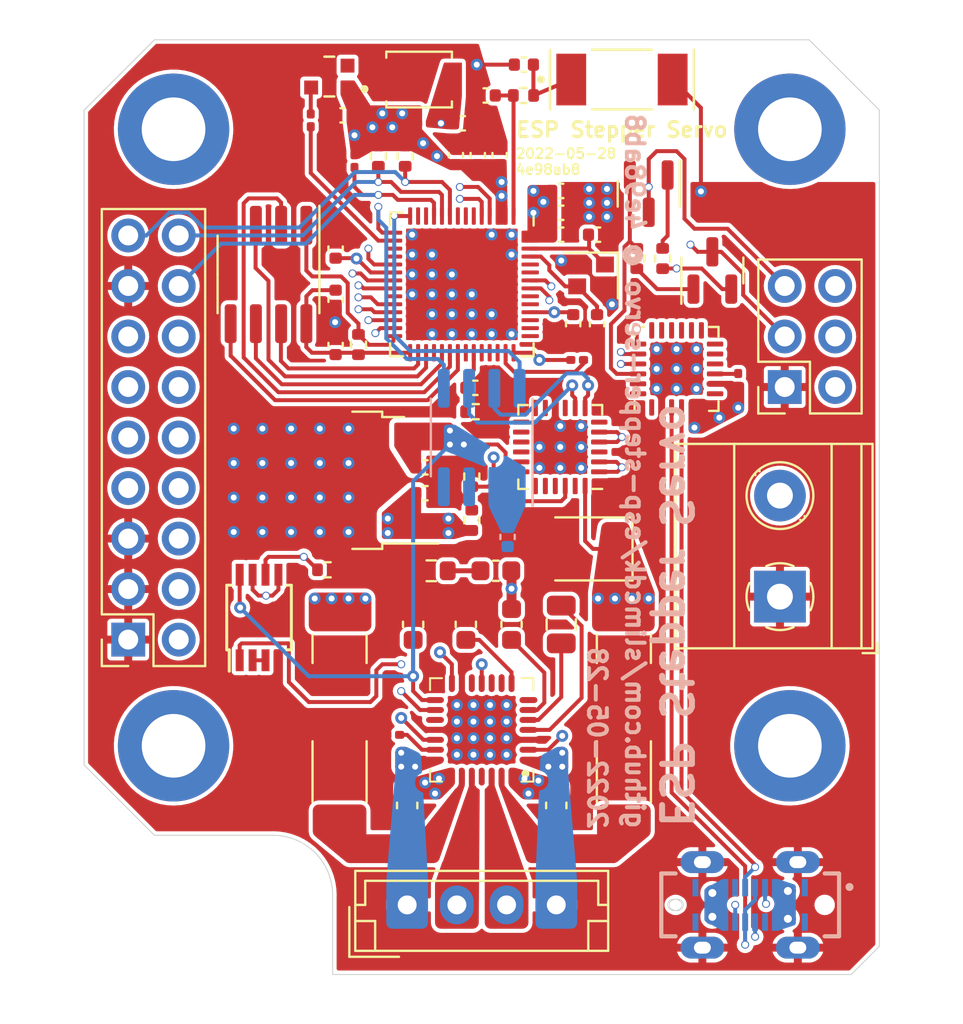
<source format=kicad_pcb>
(kicad_pcb (version 20211014) (generator pcbnew)
  (title_block (title "ESP Stepper Servo") (date "${date}") (rev "${commit}") (comment 1 "github.com/slimcdk/esp-stepper-servo/tree/${commit}"))
  (layers (0 "F.Cu" signal) (1 "In1.Cu" signal) (2 "In2.Cu" signal) (31 "B.Cu" signal) (34 "B.Paste" user) (35 "F.Paste" user) (36 "B.SilkS" user "B.Silkscreen") (37 "F.SilkS" user "F.Silkscreen") (38 "B.Mask" user) (39 "F.Mask" user) (44 "Edge.Cuts" user))
  (property "DATE_REPLACE" "2022-05-25")
  (property "commit" "4e98ab8")
  (property "commit_long" "abc5fc4a894f32302d7b4985fbf801590768d1d1")
  (property "commit_short" "abc5fc4")
  (property "date" "2022-05-28")
  (property "version" "577a51b")
  (net 0 "")
  (net 1 "GND")
  (net 2 "+3V3")
  (net 3 "VBUS")
  (net 4 "/ESP_EN")
  (net 5 "/ANTENNA")
  (net 6 "Net-(C10-Pad2)")
  (net 7 "Net-(C11-Pad2)")
  (net 8 "Net-(C11-Pad1)")
  (net 9 "Net-(D1-Pad4)")
  (net 11 "Net-(C9-Pad1)")
  (net 12 "Net-(C26-Pad2)")
  (net 13 "/ESP_IO47")
  (net 14 "/ESP_SPIVDD")
  (net 15 "Net-(C35-Pad2)")
  (net 16 "/ESP_IO03")
  (net 19 "/ESP_IO02")
  (net 20 "/USB_D- {slash} ESP_IO19")
  (net 21 "/ESP_IO17")
  (net 22 "/TMC2209_EN {slash} ESP_IO06")
  (net 23 "/I2C_SDA {slash} ESP_IO05")
  (net 24 "/I2C_SCL {slash} ESP_IO04")
  (net 25 "/UART1_RXD {slash} ESP_IO46")
  (net 26 "/UART1_TXD {slash} ESP_IO45")
  (net 27 "/USB_CC1")
  (net 28 "/USB_D+")
  (net 30 "/USB_D-")
  (net 32 "/USB_CC2")
  (net 33 "/TMC2209_OA2")
  (net 57 "/TMC2209_OA1")
  (net 58 "/TMC2209_OB2")
  (net 59 "/TMC2209_OB1")
  (net 60 "/ESP_IO00")
  (net 61 "/UART0_RXD {slash} ESP_IO44")
  (net 62 "/UART0_TXD {slash} ESP_IO43")
  (net 63 "Net-(C20-Pad1)")
  (net 64 "/CP2102_RTS")
  (net 65 "/CP2102_DTR")
  (net 76 "/TMC2209_DIAG")
  (net 77 "Net-(Q1-Pad1)")
  (net 78 "Net-(Q2-Pad1)")
  (net 79 "Net-(U8-Pad2)")
  (net 80 "Net-(R15-Pad2)")
  (net 93 "/SR_S {slash} ESP_IO21")
  (net 94 "/LED {slash} ESP_IO11")
  (net 95 "/SPICS1 {slash} ESP_IO26")
  (net 96 "/ESP_IO13")
  (net 97 "/USB_D+ {slash} ESP_IO20")
  (net 98 "/SPIHD {slash} ESP_IO27")
  (net 99 "/SPIWP {slash} ESP_IO28")
  (net 100 "/SPICLK {slash} ESP_IO30")
  (net 101 "/SPIQ {slash} ESP_IO31")
  (net 102 "/SPID {slash} ESP_IO32")
  (net 103 "/TMC2209_STEP {slash} ESP_IO15")
  (net 104 "/TMC2209_DIR {slash} ESP_IO16")
  (net 105 "Net-(C8-Pad2)")
  (net 106 "/TMC2209_BRA")
  (net 107 "/TMC2209_BRB")
  (net 108 "Net-(R19-Pad1)")
  (net 115 "/SR_Q {slash} ESP_IO18")
  (net 118 "/ESP_IO12")
  (net 121 "/ESP_IO01")
  (net 122 "/AS5601_B_ITR {slash} ESP_IO10")
  (net 123 "/AS5601_A_ITR {slash} ESP_IO09")
  (net 124 "/VBUS_SENSE {slash} ESP_IO14")
  (footprint "MountingHole:MountingHole_3.2mm_M3_DIN965_Pad" (layer "F.Cu") (at 34.5 65.5)
    (fp_text reference "H4" hide)
    (fp_text value "M3 MountingHole")
  )
  (footprint "MountingHole:MountingHole_3.2mm_M3_DIN965_Pad" (layer "F.Cu") (at 65.5 34.5)
    (fp_text reference "H3" hide)
    (fp_text value "M3 MountingHole")
  )
  (footprint "MountingHole:MountingHole_3.2mm_M3_DIN965_Pad" (layer "F.Cu") (at 65.5 65.5)
    (fp_text reference "H1" hide)
    (fp_text value "M3 MountingHole")
  )
  (footprint "MountingHole:MountingHole_3.2mm_M3_DIN965_Pad" (layer "F.Cu") (at 34.5 34.5)
    (fp_text reference "H2" hide)
    (fp_text value "M3 MountingHole")
  )
  (footprint "Connector_PinSocket_2.54mm:PinSocket_2x09_P2.54mm_Vertical" (layer "F.Cu") (at 32.22 60.16 180)
    (fp_text reference "J1" hide)
    (fp_text value "Conn_01x18_Female")
  )
  (footprint "Resistor_SMD:R_0402_1005Metric" (layer "F.Cu") (at 43.8 45.325 90)
    (fp_text reference "R9" hide)
    (fp_text value "100K")
  )
  (footprint "Resistor_SMD:R_0402_1005Metric" (layer "F.Cu") (at 52.1 32.8 180)
    (fp_text reference "L1" hide)
    (fp_text value "0R")
  )
  (footprint "Capacitor_SMD:C_0603_1608Metric" (layer "F.Cu") (at 46.55 59.4 -90)
    (fp_text reference "C14" hide)
    (fp_text value "100nF")
  )
  (footprint "Resistor_SMD:R_0201_0603Metric" (layer "F.Cu") (at 54.8 46.1 180)
    (fp_text reference "R11" hide)
    (fp_text value "1K-1%")
  )
  (footprint "Capacitor_SMD:C_0402_1005Metric" (layer "F.Cu") (at 49.8 35.8 -90)
    (fp_text reference "C30" hide)
    (fp_text value "1µF")
  )
  (footprint "Package_SO:SOIC-8_3.9x4.9mm_P1.27mm" (layer "F.Cu") (at 39.275 41.8 -90)
    (fp_text reference "U7" hide)
    (fp_text value "ESP-PSRAM32")
  )
  (footprint "Capacitor_SMD:C_1210_3225Metric" (layer "F.Cu") (at 57.15 60.625 -90)
    (fp_text reference "C16" hide)
    (fp_text value "10µF-50V")
  )
  (footprint "Resistor_SMD:R_0402_1005Metric" (layer "F.Cu") (at 46.15 35.85 -90)
    (fp_text reference "R20" hide)
    (fp_text value "4K7")
  )
  (footprint "Resistor_SMD:R_0402_1005Metric" (layer "F.Cu") (at 42.25 56.65)
    (fp_text reference "R18" hide)
    (fp_text value "20K")
  )
  (footprint "trinamic-footprints:QFN28P" (layer "F.Cu") (at 50 64.7 180)
    (fp_text reference "U5" hide)
    (fp_text value "TMC2209-LA")
  )
  (footprint "Slimc_RF_Antenna:XCVR_NN01-102" (layer "F.Cu") (at 57.0535 32)
    (fp_text reference "AE1" hide)
    (fp_text value "Antenna")
  )
  (footprint "Resistor_SMD:R_0201_0603Metric" (layer "F.Cu") (at 45.55 64.95 180)
    (fp_text reference "R19" hide)
    (fp_text value "100K")
  )
  (footprint "Button_Switch_SMD:SW_SPST_B3U-1000P" (layer "F.Cu") (at 46.85 32)
    (fp_text reference "SW1" hide)
    (fp_text value "RST_SW_Push")
  )
  (footprint "Capacitor_SMD:C_0402_1005Metric" (layer "F.Cu") (at 47.17 52.8 180)
    (fp_text reference "C3" hide)
    (fp_text value "10µF-35V")
  )
  (footprint "Capacitor_SMD:C_1210_3225Metric" (layer "F.Cu") (at 42.85 60.625 -90)
    (fp_text reference "C15" hide)
    (fp_text value "10µF-50V")
  )
  (footprint "Resistor_SMD:R_0201_0603Metric" (layer "F.Cu") (at 41.4 34.05 90)
    (fp_text reference "R4" hide)
    (fp_text value "230")
  )
  (footprint "Capacitor_SMD:C_0603_1608Metric" (layer "F.Cu") (at 50.7125 56.7 180)
    (fp_text reference "C8" hide)
    (fp_text value "1µF-50V")
  )
  (footprint "Connector_JST:JST_EH_B4B-EH-A_1x04_P2.50mm_Vertical" (layer "F.Cu") (at 46.25 73.5)
    (fp_text reference "J3" hide)
    (fp_text value "Motor_Conn_01x04")
  )
  (footprint "Capacitor_SMD:C_0402_1005Metric" (layer "F.Cu") (at 54 38.7 180)
    (fp_text reference "C7" hide)
    (fp_text value "1µF")
  )
  (footprint "Resistor_SMD:R_2010_5025Metric" (layer "F.Cu") (at 42.85 66.8 -90)
    (fp_text reference "R12" hide)
    (fp_text value "0R100")
  )
  (footprint "Resistor_SMD:R_0201_0603Metric" (layer "F.Cu") (at 62.9 47.1 90)
    (fp_text reference "R15" hide)
    (fp_text value "10K")
  )
  (footprint "Package_TO_SOT_SMD:SOT-23" (layer "F.Cu") (at 58.4 37.737087 -90)
    (fp_text reference "Q2" hide)
    (fp_text value "SS8050-G")
  )
  (footprint "Capacitor_SMD:C_0402_1005Metric" (layer "F.Cu") (at 50.2 32.8 180)
    (fp_text reference "C20" hide)
    (fp_text value "NC")
  )
  (footprint "Capacitor_SMD:C_0402_1005Metric" (layer "F.Cu") (at 54.6 44.3 90)
    (fp_text reference "C33" hide)
    (fp_text value "100nF")
  )
  (footprint "Capacitor_SMD:C_0402_1005Metric" (layer "F.Cu") (at 43 33.8 180)
    (fp_text reference "C1" hide)
    (fp_text value "100nF")
  )
  (footprint "Capacitor_SMD:C_0402_1005Metric" (layer "F.Cu") (at 54 37.6 180)
    (fp_text reference "C5" hide)
    (fp_text value "10µF")
  )
  (footprint "Resistor_SMD:R_0402_1005Metric" (layer "F.Cu") (at 59.1 41 90)
    (fp_text reference "R17" hide)
    (fp_text value "10K")
  )
  (footprint "Package_DFN_QFN:QFN-56-1EP_7x7mm_P0.4mm_EP5.6x5.6mm" (layer "F.Cu") (at 49 42.3 -90)
    (fp_text reference "U3" hide)
    (fp_text value "ESP32-S3")
  )
  (footprint "TerminalBlock_Phoenix:TerminalBlock_Phoenix_MKDS-1,5-2-5.08_1x02_P5.08mm_Horizontal" (layer "F.Cu") (at 65 58 90)
    (fp_text reference "J4" hide)
    (fp_text value "Screw_Terminals")
  )
  (footprint "Capacitor_SMD:C_0402_1005Metric" (layer "F.Cu") (at 42.65 45.35 -90)
    (fp_text reference "C28" hide)
    (fp_text value "1µF")
  )
  (footprint "Package_TO_SOT_SMD:SOT-23" (layer "F.Cu") (at 61.6 41.6 90)
    (fp_text reference "Q1" hide)
    (fp_text value "SS8050-G")
  )
  (footprint "Capacitor_SMD:C_0603_1608Metric" (layer "F.Cu") (at 46.25 68.5 -90)
    (fp_text reference "C12" hide)
    (fp_text value "100nF-50V")
  )
  (footprint "Capacitor_SMD:C_0402_1005Metric" (layer "F.Cu") (at 47.17 51.5 180)
    (fp_text reference "C4" hide)
    (fp_text value "1µF")
  )
  (footprint "Package_DFN_QFN:QFN-24-1EP_4x4mm_P0.5mm_EP2.7x2.7mm" (layer "F.Cu") (at 53.95 50.475 180)
    (fp_text reference "U6" hide)
    (fp_text value "STUSB4500QTR")
  )
  (footprint "Resistor_SMD:R_0402_1005Metric" (layer "F.Cu") (at 49.7 48.7 180)
    (fp_text reference "R14" hide)
    (fp_text value "4K7")
  )
  (footprint "Diode_SMD:D_1210_3225Metric" (layer "F.Cu") (at 55.3 55.6 180)
    (fp_text reference "D3" hide)
    (fp_text value "SMB24A")
  )
  (footprint "Resistor_SMD:R_0402_1005Metric" (layer "F.Cu") (at 44.8 35.85 -90)
    (fp_text reference "R21" hide)
    (fp_text value "4K7")
  )
  (footprint "Resistor_SMD:R_0402_1005Metric" (layer "F.Cu") (at 49.5 51.96 90)
    (fp_text reference "R6" hide)
    (fp_text value "110K")
  )
  (footprint "Resistor_SMD:R_0201_0603Metric" (layer "F.Cu") (at 43.6 36.1 90)
    (fp_text reference "R7" hide)
    (fp_text value "20K")
  )
  (footprint "Connector_PinSocket_2.54mm:PinSocket_2x03_P2.54mm_Vertical" (layer "F.Cu") (at 65.24 47.46 180)
    (fp_text reference "J5" hide)
    (fp_text value "Conn_01x06_Female")
  )
  (footprint "Capacitor_SMD:C_0402_1005Metric" (layer "F.Cu") (at 50.9 35.8 -90)
    (fp_text reference "C31" hide)
    (fp_text value "100nF")
  )
  (footprint "Resistor_SMD:R_0402_1005Metric" (layer "F.Cu") (at 49.5 54.16 90)
    (fp_text reference "R5" hide)
    (fp_text value "715K")
  )
  (footprint "Crystal:Crystal_SMD_2016-4Pin_2.0x1.6mm" (layer "F.Cu") (at 55.5 41.85 180)
    (fp_text reference "Y1" hide)
    (fp_text value "40MHz")
  )
  (footprint "Capacitor_SMD:C_0402_1005Metric" (layer "F.Cu") (at 54 39.8 180)
    (fp_text reference "C17" hide)
    (fp_text value "100nF")
  )
  (footprint "Package_DFN_QFN:QFN-24-1EP_4x4mm_P0.5mm_EP2.6x2.6mm" (layer "F.Cu") (at 59.8 46.55 90)
    (fp_text reference "U1" hide)
    (fp_text value "CP2102N-Axx-xQFN24")
  )
  (footprint "Slimc_LED_SMD:LED_WS2812C-2020" (layer "F.Cu") (at 42.335 31.85 180)
    (fp_text reference "D1" hide)
    (fp_text value "WS2812B")
  )
  (footprint "Capacitor_SMD:C_0603_1608Metric" (layer "F.Cu") (at 53.75 68.5 -90)
    (fp_text reference "C13" hide)
    (fp_text value "100nF-50V")
  )
  (footprint "Capacitor_SMD:C_0402_1005Metric" (layer "F.Cu") (at 42.65 43.07 90)
    (fp_text reference "C29" hide)
    (fp_text value "100nF")
  )
  (footprint "Capacitor_SMD:C_0805_2012Metric" (layer "F.Cu") (at 54 59.4 90)
    (fp_text reference "C11" hide)
    (fp_text value "22nF-50V")
  )
  (footprint "Capacitor_SMD:C_0603_1608Metric" (layer "F.Cu") (at 51.5 59.4 -90)
    (fp_text reference "C10" hide)
    (fp_text value "100nF-50V-0603")
  )
  (footprint "Capacitor_SMD:C_0402_1005Metric" (layer "F.Cu") (at 49.05 34.2)
    (fp_text reference "C2" hide)
    (fp_text value "1µF")
  )
  (footprint "Package_TO_SOT_SMD:TO-252-2" (layer "F.Cu") (at 42.525 52.15 180)
    (fp_text reference "U2" hide)
    (fp_text value "BA33DD0T")
  )
  (footprint "Capacitor_SMD:C_0402_1005Metric" (layer "F.Cu") (at 55.8 44.3 90)
    (fp_text reference "C26" hide)
    (fp_text value "15pF")
  )
  (footprint "Capacitor_SMD:C_0603_1608Metric" (layer "F.Cu") (at 49.2 59.4 90)
    (fp_text reference "C9" hide)
    (fp_text value "2µ2F-6v3")
  )
  (footprint "Capacitor_SMD:C_0402_1005Metric" (layer "F.Cu") (at 52.12 31.25 180)
    (fp_text reference "C34" hide)
    (fp_text value "1pF")
  )
  (footprint "Capacitor_SMD:C_0402_1005Metric" (layer "F.Cu") (at 49.68 47.5 180)
    (fp_text reference "C27" hide)
    (fp_text value "1µF")
  )
  (footprint "Capacitor_SMD:C_0402_1005Metric" (layer "F.Cu") (at 42.65 40.5 -90)
    (fp_text reference "C32" hide)
    (fp_text value "100nF")
  )
  (footprint "Resistor_SMD:R_0402_1005Metric" (layer "F.Cu") (at 57.8 41 -90)
    (fp_text reference "R16" hide)
    (fp_text value "10K")
  )
  (footprint "Capacitor_SMD:C_0402_1005Metric" (layer "F.Cu") (at 55.85 39.8 180)
    (fp_text reference "C35" hide)
    (fp_text value "15pF")
  )
  (footprint "Resistor_SMD:R_2010_5025Metric" (layer "F.Cu") (at 57.15 66.8 -90)
    (fp_text reference "R13" hide)
    (fp_text value "0R100")
  )
  (footprint "Resistor_SMD:R_0603_1608Metric" (layer "F.Cu") (at 47.4625 56.7 180)
    (fp_text reference "R3" hide)
    (fp_text value "0R100-0603")
  )
  (footprint "Package_SO:TSSOP-8_3x3mm_P0.65mm" (layer "F.Cu") (at 38.8 59.05 90)
    (fp_text reference "U8" hide)
    (fp_text value "74LVC2G00")
  )
  (footprint "Capacitor_SMD:C_0402_1005Metric" (layer "F.Cu") (at 48.7 35.8 -90)
    (fp_text reference "C25" hide)
    (fp_text value "10µF")
  )
  (footprint "Resistor_SMD:R_0201_0603Metric" (layer "F.Cu") (at 47.1 34.2)
    (fp_text reference "R1" hide)
    (fp_text value "10K")
  )
  (footprint "Package_SO:SOIC-8_3.9x4.9mm_P1.27mm" (layer "B.Cu") (at 50 50 90)
    (fp_text reference "U4" hide)
    (fp_text value "AS5601-ASOT")
  )
  (footprint "Slimc_Connector_USB:GCT_USB4120-03-C_REVA" (layer "B.Cu") (at 63.5 73.5 180)
    (fp_text reference "J2" hide)
    (fp_text value "USB4120-03-C_REVA")
    (fp_line (start 3.85 -0.26) (end 3.65 -0.26) (layer "Edge.Cuts") (width 0.1))
    (fp_line (start 3.65 0.26) (end 3.85 0.26) (layer "Edge.Cuts") (width 0.1))
    (fp_arc (start 3.85 -0.26) (mid 4.033848 -0.183848) (end 4.11 0) (layer "Edge.Cuts") (width 0.1))
    (fp_arc (start 3.39 0) (mid 3.466152 -0.183848) (end 3.65 -0.26) (layer "Edge.Cuts") (width 0.1))
    (fp_arc (start 3.65 0.26) (mid 3.466152 0.183848) (end 3.39 0) (layer "Edge.Cuts") (width 0.1))
    (fp_arc (start 4.11 0) (mid 4.033848 0.183848) (end 3.85 0.26) (layer "Edge.Cuts") (width 0.1))
  )
  (footprint "Capacitor_SMD:C_0402_1005Metric" (layer "B.Cu") (at 51.3 55 90)
    (fp_text reference "C6" hide)
    (fp_text value "100nF")
  )
  (gr_arc locked (start 39.5 70) (mid 41.62132 70.87868) (end 42.5 73) (layer "Edge.Cuts") (width 0.05))
  (gr_line locked (start 33.536 30) (end 66.464 30) (layer "Edge.Cuts") (width 0.05))
  (gr_line locked (start 42.5 73) (end 42.5 77) (layer "Edge.Cuts") (width 0.05))
  (gr_line locked (start 42.5 77) (end 68.586 77) (layer "Edge.Cuts") (width 0.05))
  (gr_line locked (start 70 33.536) (end 70 75.586) (layer "Edge.Cuts") (width 0.05))
  (gr_line locked (start 30 33.536) (end 30 66.464) (layer "Edge.Cuts") (width 0.05))
  (gr_line locked (start 30 33.536) (end 33.536 30) (layer "Edge.Cuts") (width 0.05))
  (gr_line locked (start 33.536 70) (end 39.5 70) (layer "Edge.Cuts") (width 0.05))
  (gr_line locked (start 66.464 30) (end 70 33.536) (layer "Edge.Cuts") (width 0.05))
  (gr_line locked (start 68.586 77) (end 70 75.586) (layer "Edge.Cuts") (width 0.05))
  (gr_line locked (start 30 66.464) (end 33.536 70) (layer "Edge.Cuts") (width 0.05))
  (gr_text "${date}" (at 55.8 65.107143 270) (layer "B.SilkS") (effects (font (size 0.9 0.9) (thickness 0.2)) (justify mirror)))
  (gr_text "github.com/slimcdk/esp-stepper-servo @ ${commit}" (at 57.705 69.75 270) (layer "B.SilkS") (effects (font (size 0.9 0.9) (thickness 0.2)) (justify left mirror)))
  (gr_text "ESP Stepper Servo" (at 59.75 69.75 270) (layer "B.SilkS") (effects (font (size 1.5 1.5) (thickness 0.3)) (justify left mirror)))
  (gr_text "ESP Stepper Servo" (at 51.65 34.525) (layer "F.SilkS") (effects (font (size 0.75 0.75)) (justify left)))
  (gr_text "${date}\n${commit}" (at 51.65 36.125) (layer "F.SilkS") (effects (font (size 0.5 0.5) (thickness 0.1)) (justify left)))
  (segment (start 54.8 41.3) (end 54.2 41.3) (width 0.2) (layer "F.Cu") (net 1))
  (segment (start 61.025 37.625) (end 61.025 33.4215) (width 0.2) (layer "F.Cu") (net 1))
  (segment (start 56.55 42.75) (end 56.2 42.4) (width 0.2) (layer "F.Cu") (net 1))
  (segment (start 53.7 48.5125) (end 53.7 49.425) (width 0.2) (layer "F.Cu") (net 1))
  (segment (start 49.75 31.25) (end 51.64 31.25) (width 0.2) (layer "F.Cu") (net 1))
  (segment (start 53.7 49.425) (end 53.95 49.675) (width 0.2) (layer "F.Cu") (net 1))
  (segment (start 54.2 41.3) (end 54 41.1) (width 0.2) (layer "F.Cu") (net 1))
  (segment (start 61.025 33.4215) (end 59.6035 32) (width 0.2) (layer "F.Cu") (net 1))
  (segment (start 56.55 43.3) (end 56.55 42.75) (width 0.2) (layer "F.Cu") (net 1))
  (via (at 51.5 39.8) (size 0.6) (drill 0.3) (layers "F.Cu" "B.Cu") (net 1))
  (via (at 50.5 39.8) (size 0.6) (drill 0.3) (layers "F.Cu" "B.Cu") (net 1))
  (via (at 38.96875 53.016666) (size 0.6) (drill 0.3) (layers "F.Cu" "B.Cu") (net 1))
  (via (at 46.5 40.8) (size 0.6) (drill 0.3) (layers "F.Cu" "B.Cu") (net 1))
  (via (at 38.96875 49.55) (size 0.6) (drill 0.3) (layers "F.Cu" "B.Cu") (net 1))
  (via (at 47.5 41.8) (size 0.6) (drill 0.3) (layers "F.Cu" "B.Cu") (net 1))
  (via (at 37.525 51.283333) (size 0.6) (drill 0.3) (layers "F.Cu" "B.Cu") (net 1))
  (via (at 50.416666 65.116666) (size 0.6) (drill 0.3) (layers "F.Cu" "B.Cu") (net 1))
  (via (at 53.95 49.425) (size 0.6) (drill 0.3) (layers "F.Cu" "B.Cu") (net 1))
  (via (at 47.5 44.8) (size 0.6) (drill 0.3) (layers "F.Cu" "B.Cu") (net 1))
  (via (at 49.5 43.8) (size 0.6) (drill 0.3) (layers "F.Cu" "B.Cu") (net 1))
  (via (at 41.85625 49.55) (size 0.6) (drill 0.3) (layers "F.Cu" "B.Cu") (net 1))
  (via (at 49.583333 64.283333) (size 0.6) (drill 0.3) (layers "F.Cu" "B.Cu") (net 1))
  (via (at 56.3 37.5) (size 0.6) (drill 0.3) (layers "F.Cu" "B.Cu") (net 1))
  (via (at 51.5 40.8) (size 0.6) (drill 0.3) (layers "F.Cu" "B.Cu") (net 1))
  (via (at 55 49.425) (size 0.6) (drill 0.3) (layers "F.Cu" "B.Cu") (net 1))
  (via (at 55.4 38.2) (size 0.6) (drill 0.3) (layers "F.Cu" "B.Cu") (net 1))
  (via (at 52.9 50.475) (size 0.6) (drill 0.3) (layers "F.Cu" "B.Cu") (net 1))
  (via (at 43.3 49.55) (size 0.6) (drill 0.3) (layers "F.Cu" "B.Cu") (net 1))
  (via (at 49.583333 65.949999) (size 0.6) (drill 0.3) (layers "F.Cu" "B.Cu") (net 1))
  (via (at 40.4125 53.016666) (size 0.6) (drill 0.3) (layers "F.Cu" "B.Cu") (net 1))
  (via (at 54 41.1) (size 0.6) (drill 0.3) (layers "F.Cu" "B.Cu") (net 1))
  (via (at 42.625 44.2) (size 0.6) (drill 0.3) (layers "F.Cu" "B.Cu") (net 1))
  (via (at 50.416666 63.45) (size 0.6) (drill 0.3) (layers "F.Cu" "B.Cu") (net 1))
  (via (at 43.3 54.749999) (size 0.6) (drill 0.3) (layers "F.Cu" "B.Cu") (net 1))
  (via (at 40.4125 49.55) (size 0.6) (drill 0.3) (layers "F.Cu" "B.Cu") (net 1))
  (via (at 60.8 47.55) (size 0.6) (drill 0.3) (layers "F.Cu" "B.Cu") (net 1))
  (via (at 48.75 63.45) (size 0.6) (drill 0.3) (layers "F.Cu" "B.Cu") (net 1))
  (via (at 40.4125 51.283333) (size 0.6) (drill 0.3) (layers "F.Cu" "B.Cu") (net 1))
  (via (at 48.5 42.8) (size 0.6) (drill 0.3) (layers "F.Cu" "B.Cu") (net 1))
  (via (at 53.95 50.475) (size 0.6) (drill 0.3) (layers "F.Cu" "B.Cu") (net 1))
  (via (at 51.249999 65.949999) (size 0.6) (drill 0.3) (layers "F.Cu" "B.Cu") (net 1))
  (via (at 50.5 43.8) (size 0.6) (drill 0.3) (layers "F.Cu" "B.Cu") (net 1))
  (via (at 38.96875 51.283333) (size 0.6) (drill 0.3) (layers "F.Cu" "B.Cu") (net 1))
  (via (at 59.8 45.55) (size 0.6) (drill 0.3) (layers "F.Cu" "B.Cu") (net 1))
  (via (at 51.249999 64.283333) (size 0.6) (drill 0.3) (layers "F.Cu" "B.Cu") (net 1))
  (via (at 60.8 45.55) (size 0.6) (drill 0.3) (layers "F.Cu" "B.Cu") (net 1))
  (via (at 40.4125 54.749999) (size 0.6) (drill 0.3) (layers "F.Cu" "B.Cu") (net 1))
  (via (at 52.9 51.525) (size 0.6) (drill 0.3) (layers "F.Cu" "B.Cu") (net 1))
  (via (at 59.8 47.55) (size 0.6) (drill 0.3) (layers "F.Cu" "B.Cu") (net 1))
  (via (at 56.3 38.2) (size 0.6) (drill 0.3) (layers "F.Cu" "B.Cu") (net 1))
  (via (at 48.5 41.8) (size 0.6) (drill 0.3) (layers "F.Cu" "B.Cu") (net 1))
  (via (at 49.75 31.25) (size 0.6) (drill 0.3) (layers "F.Cu" "B.Cu") (net 1))
  (via (at 37.525 54.749999) (size 0.6) (drill 0.3) (layers "F.Cu" "B.Cu") (net 1))
  (via (at 59.8 46.55) (size 0.6) (drill 0.3) (layers "F.Cu" "B.Cu") (net 1))
  (via (at 55.4 38.9) (size 0.6) (drill 0.3) (layers "F.Cu" "B.Cu") (net 1))
  (via (at 50.5 44.8) (size 0.6) (drill 0.3) (layers "F.Cu" "B.Cu") (net 1))
  (via (at 56.55 43.3) (size 0.6) (drill 0.3) (layers "F.Cu" "B.Cu") (net 1))
  (via (at 48.75 65.116666) (size 0.6) (drill 0.3) (layers "F.Cu" "B.Cu") (net 1))
  (via (at 51.5 44.8) (size 0.6) (drill 0.3) (layers "F.Cu" "B.Cu") (net 1))
  (via (at 51.249999 65.116666) (size 0.6) (drill 0.3) (layers "F.Cu" "B.Cu") (net 1))
  (via (at 46.5 39.8) (size 0.6) (drill 0.3) (layers "F.Cu" "B.Cu") (net 1))
  (via (at 48.75 65.949999) (size 0.6) (drill 0.3) (layers "F.Cu" "B.Cu") (net 1))
  (via (at 41.85625 54.749999) (size 0.6) (drill 0.3) (layers "F.Cu" "B.Cu") (net 1))
  (via (at 55.4 37.5) (size 0.6) (drill 0.3) (layers "F.Cu" "B.Cu") (net 1))
  (via (at 46.5 41.8) (size 0.6) (drill 0.3) (layers "F.Cu" "B.Cu") (net 1))
  (via (at 49.5 44.8) (size 0.6) (drill 0.3) (layers "F.Cu" "B.Cu") (net 1))
  (via (at 50.416666 64.283333) (size 0.6) (drill 0.3) (layers "F.Cu" "B.Cu") (net 1))
  (via (at 46.5 42.8) (size 0.6) (drill 0.3) (layers "F.Cu" "B.Cu") (net 1))
  (via (at 41.85625 51.283333) (size 0.6) (drill 0.3) (layers "F.Cu" "B.Cu") (net 1))
  (via (at 49.583333 63.45) (size 0.6) (drill 0.3) (layers "F.Cu" "B.Cu") (net 1))
  (via (at 47.5 40.8) (size 0.6) (drill 0.3) (layers "F.Cu" "B.Cu") (net 1))
  (via (at 50.416666 65.949999) (size 0.6) (drill 0.3) (layers "F.Cu" "B.Cu") (net 1))
  (via (at 48.75 64.283333) (size 0.6) (drill 0.3) (layers "F.Cu" "B.Cu") (net 1))
  (via (at 55 51.525) (size 0.6) (drill 0.3) (layers "F.Cu" "B.Cu") (net 1))
  (via (at 58.8 47.55) (size 0.6) (drill 0.3) (layers "F.Cu" "B.Cu") (net 1))
  (via (at 60.8 46.55) (size 0.6) (drill 0.3) (layers "F.Cu" "B.Cu") (net 1))
  (via (at 55 50.475) (size 0.6) (drill 0.3) (layers "F.Cu" "B.Cu") (net 1))
  (via (at 47.5 43.8) (size 0.6) (drill 0.3) (layers "F.Cu" "B.Cu") (net 1))
  (via (at 38.96875 54.749999) (size 0.6) (drill 0.3) (layers "F.Cu" "B.Cu") (net 1))
  (via (at 43.3 51.283333) (size 0.6) (drill 0.3) (layers "F.Cu" "B.Cu") (net 1))
  (via (at 48.5 43.8) (size 0.6) (drill 0.3) (layers "F.Cu" "B.Cu") (net 1))
  (via (at 37.525 53.016666) (size 0.6) (drill 0.3) (layers "F.Cu" "B.Cu") (net 1))
  (via (at 48.5 44.8) (size 0.6) (drill 0.3) (layers "F.Cu" "B.Cu") (net 1))
  (via (at 56.3 38.9) (size 0.6) (drill 0.3) (layers "F.Cu" "B.Cu") (net 1))
  (via (at 49.5 42.8) (size 0.6) (drill 0.3) (layers "F.Cu" "B.Cu") (net 1))
  (via (at 49.583333 65.116666) (size 0.6) (drill 0.3) (layers "F.Cu" "B.Cu") (net 1))
  (via (at 58.8 45.55) (size 0.6) (drill 0.3) (layers "F.Cu" "B.Cu") (net 1))
  (via (at 47.5 42.8) (size 0.6) (drill 0.3) (layers "F.Cu" "B.Cu") (net 1))
  (via (at 58.8 46.55) (size 0.6) (drill 0.3) (layers "F.Cu" "B.Cu") (net 1))
  (via (at 61.025 37.625) (size 0.6) (drill 0.3) (layers "F.Cu" "B.Cu") (net 1))
  (via (at 51.249999 63.45) (size 0.6) (drill 0.3) (layers "F.Cu" "B.Cu") (net 1))
  (via (at 41.85625 53.016666) (size 0.6) (drill 0.3) (layers "F.Cu" "B.Cu") (net 1))
  (via (at 43.3 53.016666) (size 0.6) (drill 0.3) (layers "F.Cu" "B.Cu") (net 1))
  (via (at 37.525 49.55) (size 0.6) (drill 0.3) (layers "F.Cu" "B.Cu") (net 1))
  (via (at 53.95 51.525) (size 0.6) (drill 0.3) (layers "F.Cu" "B.Cu") (net 1))
  (segment (start 47 63.2) (end 46.55 62.75) (width 0.2) (layer "F.Cu") (net 2))
  (segment (start 54.2 53) (end 54.2 52.4375) (width 0.2) (layer "F.Cu") (net 2))
  (segment (start 54.48 43.7) (end 54.6 43.82) (width 0.2) (layer "F.Cu") (net 2))
  (segment (start 51.7 53.2) (end 54 53.2) (width 0.2) (layer "F.Cu") (net 2))
  (segment (start 43.701422 40.98) (end 44.421422 41.7) (width 0.2) (layer "F.Cu") (net 2))
  (segment (start 52.4375 43.7) (end 54.48 43.7) (width 0.2) (layer "F.Cu") (net 2))
  (segment (start 62.88 47.4) (end 62.9 47.42) (width 0.2) (layer "F.Cu") (net 2))
  (segment (start 51.2 52.7) (end 51.7 53.2) (width 0.2) (layer "F.Cu") (net 2))
  (segment (start 44.421422 41.7) (end 45.5625 41.7) (width 0.2) (layer "F.Cu") (net 2))
  (segment (start 48.4 50.35) (end 50.797838 50.35) (width 0.2) (layer "F.Cu") (net 2))
  (segment (start 37.825 58.525) (end 37.85 58.55) (width 0.2) (layer "F.Cu") (net 2))
  (segment (start 51.2 50.752162) (end 51.2 52.7) (width 0.2) (layer "F.Cu") (net 2))
  (segment (start 37.825 56.9) (end 37.825 58.525) (width 0.2) (layer "F.Cu") (net 2))
  (segment (start 46.55 62.75) (end 46.55 60.175) (width 0.2) (layer "F.Cu") (net 2))
  (segment (start 54 53.2) (end 54.2 53) (width 0.2) (layer "F.Cu") (net 2))
  (segment (start 50.797838 50.35) (end 51.2 50.752162) (width 0.2) (layer "F.Cu") (net 2))
  (segment (start 42.65 40.98) (end 43.701422 40.98) (width 0.2) (layer "F.Cu") (net 2))
  (segment (start 61.0625 48.5) (end 61.05 48.4875) (width 0.2) (layer "F.Cu") (net 2))
  (segment (start 47.65 63.2) (end 47 63.2) (width 0.2) (layer "F.Cu") (net 2))
  (via (at 47.05 35.2) (size 0.6) (drill 0.3) (layers "F.Cu" "B.Cu") (net 2))
  (via (at 53.1 38.15) (size 0.6) (drill 0.3) (layers "F.Cu" "B.Cu") (net 2))
  (via (at 45 33.7) (size 0.6) (drill 0.3) (layers "F.Cu" "B.Cu") (net 2))
  (via (at 52.6 37.6) (size 0.6) (drill 0.3) (layers "F.Cu" "B.Cu") (net 2))
  (via (at 60.7 49.5) (size 0.6) (drill 0.3) (layers "F.Cu" "B.Cu") (net 2))
  (via (at 61.95 49) (size 0.6) (drill 0.3) (layers "F.Cu" "B.Cu") (net 2))
  (via (at 62.9 48.5) (size 0.6) (drill 0.3) (layers "F.Cu" "B.Cu") (net 2))
  (via (at 43.7 41) (size 0.6) (drill 0.3) (layers "F.Cu" "B.Cu") (net 2))
  (via (at 53.65 43.7) (size 0.6) (drill 0.3) (layers "F.Cu" "B.Cu") (net 2))
  (via (at 48.4 49.65) (size 0.6) (drill 0.3) (layers "F.Cu" "B.Cu") (net 2))
  (via (at 45.5 34.4) (size 0.6) (drill 0.3) (layers "F.Cu" "B.Cu") (net 2))
  (via (at 48.4 50.35) (size 0.6) (drill 0.3) (layers "F.Cu" "B.Cu") (net 2))
  (via (at 46 33.7) (size 0.6) (drill 0.3) (layers "F.Cu" "B.Cu") (net 2))
  (via (at 51 37.15) (size 0.6) (drill 0.3) (layers "F.Cu" "B.Cu") (net 2))
  (via (at 46.55 62) (size 0.6) (drill 0.3) (layers "F.Cu" "B.Cu") (net 2))
  (via (at 43.6 34.8) (size 0.6) (drill 0.3) (layers "F.Cu" "B.Cu") (net 2))
  (via (at 49.1 50.35) (size 0.6) (drill 0.3) (layers "F.Cu" "B.Cu") (net 2))
  (via (at 37.85 58.55) (size 0.6) (drill 0.3) (layers "F.Cu" "B.Cu") (net 2))
  (via (at 47.75 35.85) (size 0.6) (drill 0.3) (layers "F.Cu" "B.Cu") (net 2))
  (via (at 52.6 38.7) (size 0.6) (drill 0.3) (layers "F.Cu" "B.Cu") (net 2))
  (via (at 44.5 34.4) (size 0.6) (drill 0.3) (layers "F.Cu" "B.Cu") (net 2))
  (via (at 51 37.85) (size 0.6) (drill 0.3) (layers "F.Cu" "B.Cu") (net 2))
  (segment (start 46.55 62) (end 41.3 62) (width 0.2) (layer "B.Cu") (net 2))
  (segment (start 50.8 52.45) (end 50.775 52.475) (width 0.2) (layer "B.Cu") (net 2))
  (segment (start 41.3 62) (end 37.85 58.55) (width 0.2) (layer "B.Cu") (net 2))
  (segment (start 46.55 62) (end 46.55 52.2) (width 0.2) (layer "B.Cu") (net 2))
  (segment (start 50.6 52.51) (end 50.635 52.475) (width 0.2) (layer "B.Cu") (net 2))
  (segment (start 46.55 52.2) (end 48.4 50.35) (width 0.2) (layer "B.Cu") (net 2))
  (segment (start 51.5 58.625) (end 51.5 56.7125) (width 0.5) (layer "F.Cu") (net 3))
  (segment (start 56.7 55.6) (end 55.6 55.6) (width 0.2) (layer "F.Cu") (net 3))
  (segment (start 55.2 55.2) (end 55.2 52.4375) (width 0.2) (layer "F.Cu") (net 3))
  (segment (start 55.6 55.6) (end 55.2 55.2) (width 0.2) (layer "F.Cu") (net 3))
  (via (at 47.65 67.9) (size 0.6) (drill 0.3) (layers "F.Cu" "B.Cu") (net 3))
  (via (at 61.6 74.1) (size 0.8) (drill 0.4) (layers "F.Cu" "B.Cu") (net 3))
  (via (at 47.15 67.35) (size 0.6) (drill 0.3) (layers "F.Cu" "B.Cu") (net 3))
  (via (at 57.55 58.095) (size 0.6) (drill 0.3) (layers "F.Cu" "B.Cu") (net 3))
  (via (at 48.325 54.075) (size 0.6) (drill 0.3) (layers "F.Cu" "B.Cu") (net 3))
  (via (at 45.275 54.075) (size 0.6) (drill 0.3) (layers "F.Cu" "B.Cu") (net 3))
  (via (at 47.85 67.15) (size 0.6) (drill 0.3) (layers "F.Cu" "B.Cu") (net 3))
  (via (at 44.15 58.095) (size 0.6) (drill 0.3) (layers "F.Cu" "B.Cu") (net 3))
  (via (at 65.4 72.8) (size 0.8) (drill 0.4) (layers "F.Cu" "B.Cu") (net 3))
  (via (at 56.7 58.095) (size 0.6) (drill 0.3) (layers "F.Cu" "B.Cu") (net 3))
  (via (at 52.85 67.25) (size 0.6) (drill 0.3) (layers "F.Cu" "B.Cu") (net 3))
  (via (at 42.45 58.095) (size 0.6) (drill 0.3) (layers "F.Cu" "B.Cu") (net 3))
  (via (at 51.5 57.6) (size 0.6) (drill 0.3) (layers "F.Cu" "B.Cu") (net 3))
  (via (at 55.85 58.095) (size 0.6) (drill 0.3) (layers "F.Cu" "B.Cu") (net 3))
  (via (at 41.6 58.095) (size 0.6) (drill 0.3) (layers "F.Cu" "B.Cu") (net 3))
  (via (at 52.15 67.15) (size 0.6) (drill 0.3) (layers "F.Cu" "B.Cu") (net 3))
  (via (at 65.4 74.2) (size 0.8) (drill 0.4) (layers "F.Cu" "B.Cu") (net 3))
  (via (at 48.325 54.8) (size 0.6) (drill 0.3) (layers "F.Cu" "B.Cu") (net 3))
  (via (at 58.4 58.095) (size 0.6) (drill 0.3) (layers "F.Cu" "B.Cu") (net 3))
  (via (at 45.275 54.8) (size 0.6) (drill 0.3) (layers "F.Cu" "B.Cu") (net 3))
  (via (at 52.35 67.9) (size 0.6) (drill 0.3) (layers "F.Cu" "B.Cu") (net 3))
  (via (at 43.3 58.095) (size 0.6) (drill 0.3) (layers "F.Cu" "B.Cu") (net 3))
  (via (at 61.6 72.9) (size 0.8) (drill 0.4) (layers "F.Cu" "B.Cu") (net 3))
  (segment (start 61.6 40.6625) (end 62.048217 40.6625) (width 0.2) (layer "F.Cu") (net 4))
  (segment (start 48.9 37.4) (end 49.815006 37.4) (width 0.2) (layer "F.Cu") (net 4))
  (segment (start 60.8625 40.6625) (end 60.5 40.3) (width 0.2) (layer "F.Cu") (net 4))
  (segment (start 65.24 44.92) (end 63.14952 42.82952) (width 0.2) (layer "F.Cu") (net 4))
  (segment (start 48.6 34.11) (end 48.69 34.2) (width 0.2) (layer "F.Cu") (net 4))
  (segment (start 63.14952 41.763803) (end 63.14952 42.82952) (width 0.2) (layer "F.Cu") (net 4))
  (segment (start 48.57 34.2) (end 48.55 34.18) (width 0.2) (layer "F.Cu") (net 4))
  (segment (start 61.6 40.6625) (end 60.8625 40.6625) (width 0.2) (layer "F.Cu") (net 4))
  (segment (start 62.048217 40.6625) (end 63.14952 41.763803) (width 0.2) (layer "F.Cu") (net 4))
  (segment (start 50.4 37.984994) (end 50.4 38.8625) (width 0.2) (layer "F.Cu") (net 4))
  (segment (start 49.815006 37.4) (end 50.4 37.984994) (width 0.2) (layer "F.Cu") (net 4))
  (via (at 60.5 40.3) (size 0.4) (drill 0.3) (layers "F.Cu" "B.Cu") (net 4))
  (via (at 47.95 34.2) (size 0.4) (drill 0.3) (layers "F.Cu" "B.Cu") (net 4))
  (via (at 48.9 37.4) (size 0.4) (drill 0.3) (layers "F.Cu" "B.Cu") (net 4))
  (segment (start 52.61 32.8) (end 54.5035 32) (width 0.2) (layer "F.Cu") (net 5))
  (segment (start 52.6 32.79) (end 52.61 32.8) (width 0.2) (layer "F.Cu") (net 5))
  (segment (start 52.6 31.25) (end 52.6 32.79) (width 0.2) (layer "F.Cu") (net 5))
  (segment (start 52.785717 63.7) (end 53.15 63.335717) (width 0.2) (layer "F.Cu") (net 6))
  (segment (start 52.35 63.7) (end 52.785717 63.7) (width 0.2) (layer "F.Cu") (net 6))
  (segment (start 53.15 63.335717) (end 53.15 61.825) (width 0.2) (layer "F.Cu") (net 6))
  (segment (start 53.15 61.825) (end 51.5 60.175) (width 0.2) (layer "F.Cu") (net 6))
  (segment (start 55.02452 63.088803) (end 53.413323 64.7) (width 0.2) (layer "F.Cu") (net 7))
  (segment (start 55.02452 59.47452) (end 55.02452 63.088803) (width 0.2) (layer "F.Cu") (net 7))
  (segment (start 53.413323 64.7) (end 52.35 64.7) (width 0.2) (layer "F.Cu") (net 7))
  (segment (start 54 58.45) (end 55.02452 59.47452) (width 0.2) (layer "F.Cu") (net 7))
  (segment (start 52.35 64.2) (end 52.850723 64.2) (width 0.2) (layer "F.Cu") (net 8))
  (segment (start 54 63.050723) (end 54 60.35) (width 0.2) (layer "F.Cu") (net 8))
  (segment (start 52.850723 64.2) (end 54 63.050723) (width 0.2) (layer "F.Cu") (net 8))
  (segment (start 41.4 33.73) (end 41.4 32.42) (width 0.2) (layer "F.Cu") (net 9))
  (segment (start 41.4 32.42) (end 41.42 32.4) (width 0.2) (layer "F.Cu") (net 9))
  (segment (start 49.875 60.175) (end 49.2 60.175) (width 0.2) (layer "F.Cu") (net 11))
  (segment (start 51.5 62.35) (end 51.5 61.8) (width 0.2) (layer "F.Cu") (net 11))
  (segment (start 51.5 61.8) (end 49.875 60.175) (width 0.2) (layer "F.Cu") (net 11))
  (segment (start 53.4 41.330705) (end 53.4 41.593584) (width 0.2) (layer "F.Cu") (net 12))
  (segment (start 53.4 41.593584) (end 54 42.193584) (width 0.2) (layer "F.Cu") (net 12))
  (segment (start 52.969295 40.9) (end 53.4 41.330705) (width 0.2) (layer "F.Cu") (net 12))
  (segment (start 52.4375 40.9) (end 52.969295 40.9) (width 0.2) (layer "F.Cu") (net 12))
  (segment (start 54 42.193584) (end 54 42.2) (width 0.2) (layer "F.Cu") (net 12))
  (segment (start 55.8 43.4) (end 54.8 42.4) (width 0.2) (layer "F.Cu") (net 12))
  (segment (start 54.2 42.4) (end 54.8 42.4) (width 0.2) (layer "F.Cu") (net 12))
  (segment (start 55.8 43.82) (end 55.8 43.4) (width 0.2) (layer "F.Cu") (net 12))
  (segment (start 54 42.2) (end 54.2 42.4) (width 0.2) (layer "F.Cu") (net 12))
  (segment (start 49.19 47.01) (end 49.19 47.49) (width 0.2) (layer "F.Cu") (net 13))
  (segment (start 49.6 46.6) (end 49.19 47.01) (width 0.2) (layer "F.Cu") (net 13))
  (segment (start 49.19 47.49) (end 49.2 47.5) (width 0.2) (layer "F.Cu") (net 13))
  (segment (start 49.6 45.7375) (end 49.6 46.6) (width 0.2) (layer "F.Cu") (net 13))
  (segment (start 49.2 47.61) (end 49.19 47.6) (width 0.2) (layer "F.Cu") (net 13))
  (segment (start 49.19 47.51) (end 49.2 47.5) (width 0.2) (layer "F.Cu") (net 13))
  (segment (start 49.19 48.7) (end 49.19 47.51) (width 0.2) (layer "F.Cu") (net 13))
  (segment (start 41.4625 45.7375) (end 46.4 45.7375) (width 0.2) (layer "F.Cu") (net 14))
  (segment (start 42.65 42.59) (end 41.485 42.59) (width 0.2) (layer "F.Cu") (net 14))
  (segment (start 41.485 42.59) (end 41.18 42.895) (width 0.2) (layer "F.Cu") (net 14))
  (segment (start 41.18 44.275) (end 41.175 44.28) (width 0.2) (layer "F.Cu") (net 14))
  (segment (start 41.175 44.28) (end 41.175 45.45) (width 0.2) (layer "F.Cu") (net 14))
  (segment (start 41.18 42.895) (end 41.18 44.275) (width 0.2) (layer "F.Cu") (net 14))
  (segment (start 41.175 45.45) (end 41.4625 45.7375) (width 0.2) (layer "F.Cu") (net 14))
  (segment (start 55.4 40.5) (end 56.2 41.3) (width 0.2) (layer "F.Cu") (net 15))
  (segment (start 55.4 39.83) (end 55.37 39.8) (width 0.2) (layer "F.Cu") (net 15))
  (segment (start 54.5 40.5) (end 55.4 40.5) (width 0.2) (layer "F.Cu") (net 15))
  (segment (start 52.4375 40.5) (end 54.5 40.5) (width 0.2) (layer "F.Cu") (net 15))
  (segment (start 55.4 40.5) (end 55.4 39.83) (width 0.2) (layer "F.Cu") (net 15))
  (segment (start 45.5625 43.7) (end 44.606416 43.7) (width 0.2) (layer "F.Cu") (net 20))
  (segment (start 44.606416 43.7) (end 44.456416 43.55) (width 0.2) (layer "F.Cu") (net 20))
  (segment (start 44.456416 43.55) (end 43.8 43.55) (width 0.2) (layer "F.Cu") (net 20))
  (via (at 43.8 43.55) (size 0.4) (drill 0.3) (layers "F.Cu" "B.Cu") (net 20))
  (segment (start 45.778098 38.04952) (end 47.44952 38.04952) (width 0.2) (layer "F.Cu") (net 22))
  (segment (start 44.8 37.8) (end 44 37.8) (width 0.2) (layer "F.Cu") (net 22))
  (segment (start 47.6 38.2) (end 47.6 38.8625) (width 0.2) (layer "F.Cu") (net 22))
  (segment (start 43.6 37.4) (end 43.6 36.42) (width 0.2) (layer "F.Cu") (net 22))
  (segment (start 44.8 37.8) (end 45.528578 37.8) (width 0.2) (layer "F.Cu") (net 22))
  (segment (start 52.35 65.7) (end 53.35 65.7) (width 0.2) (layer "F.Cu") (net 22))
  (segment (start 53.35 65.7) (end 54.05 65) (width 0.2) (layer "F.Cu") (net 22))
  (segment (start 47.44952 38.04952) (end 47.6 38.2) (width 0.2) (layer "F.Cu") (net 22))
  (segment (start 44 37.8) (end 43.6 37.4) (width 0.2) (layer "F.Cu") (net 22))
  (segment (start 45.528578 37.8) (end 45.778098 38.04952) (width 0.2) (layer "F.Cu") (net 22))
  (via (at 54.05 65) (size 0.6) (drill 0.3) (layers "F.Cu" "B.Cu") (net 22))
  (via (at 44.8 37.8) (size 0.4) (drill 0.3) (layers "F.Cu" "B.Cu") (net 22))
  (segment (start 44.8 37.8) (end 43.593584 37.8) (width 0.2) (layer "B.Cu") (net 22))
  (segment (start 43.593584 37.8) (end 41.143584 40.25) (width 0.2) (layer "B.Cu") (net 22))
  (segment (start 36.89 40.25) (end 34.76 42.38) (width 0.2) (layer "B.Cu") (net 22))
  (segment (start 41.143584 40.25) (end 36.89 40.25) (width 0.2) (layer "B.Cu") (net 22))
  (segment (start 45.443584 37.15) (end 45.943584 37.65) (width 0.2) (layer "F.Cu") (net 23))
  (segment (start 54.55 47.375) (end 54.55 47.875) (width 0.2) (layer "F.Cu") (net 23))
  (segment (start 45.943584 37.65) (end 47.85 37.65) (width 0.2) (layer "F.Cu") (net 23))
  (segment (start 44.8 37.15) (end 45.443584 37.15) (width 0.2) (layer "F.Cu") (net 23))
  (segment (start 54.55 47.875) (end 54.7 48.025) (width 0.2) (layer "F.Cu") (net 23))
  (segment (start 54.7 48.025) (end 54.7 48.5125) (width 0.2) (layer "F.Cu") (net 23))
  (segment (start 48 37.8) (end 48 38.8625) (width 0.2) (layer "F.Cu") (net 23))
  (segment (start 44.8 37.15) (end 44.8 36.36) (width 0.2) (layer "F.Cu") (net 23))
  (segment (start 47.85 37.65) (end 48 37.8) (width 0.2) (layer "F.Cu") (net 23))
  (via (at 44.8 37.15) (size 0.4) (drill 0.3) (layers "F.Cu" "B.Cu") (net 23))
  (via (at 54.55 47.375) (size 0.6) (drill 0.3) (layers "F.Cu" "B.Cu") (net 23))
  (segment (start 52.67548 49.24952) (end 54.55 47.375) (width 0.2) (layer "B.Cu") (net 23))
  (segment (start 43.678578 37.15) (end 40.988578 39.84) (width 0.2) (layer "B.Cu") (net 23))
  (segment (start 49.79952 49.24952) (end 49.365 48.815) (width 0.2) (layer "B.Cu") (net 23))
  (segment (start 40.988578 39.84) (end 34.76 39.84) (width 0.2) (layer "B.Cu") (net 23))
  (segment (start 49.365 48.815) (end 49.365 47.525) (width 0.2) (layer "B.Cu") (net 23))
  (segment (start 49.79952 49.24952) (end 52.67548 49.24952) (width 0.2) (layer "B.Cu") (net 23))
  (segment (start 44.8 37.15) (end 43.678578 37.15) (width 0.2) (layer "B.Cu") (net 23))
  (segment (start 55.2 48.025) (end 55.35 47.875) (width 0.2) (layer "F.Cu") (net 24))
  (segment (start 46.15 37.15) (end 46.15 36.36) (width 0.2) (layer "F.Cu") (net 24))
  (segment (start 55.35 47.875) (end 55.35 47.375) (width 0.2) (layer "F.Cu") (net 24))
  (segment (start 55.2 48.5125) (end 55.2 48.025) (width 0.2) (layer "F.Cu") (net 24))
  (segment (start 48 37.15) (end 48.4 37.55) (width 0.2) (layer "F.Cu") (net 24))
  (segment (start 46.15 37.15) (end 48 37.15) (width 0.2) (layer "F.Cu") (net 24))
  (segment (start 48.4 37.55) (end 48.4 38.8625) (width 0.2) (layer "F.Cu") (net 24))
  (via (at 55.35 47.375) (size 0.6) (drill 0.3) (layers "F.Cu" "B.Cu") (net 24))
  (via (at 46.15 37.15) (size 0.4) (drill 0.3) (layers "F.Cu" "B.Cu") (net 24))
  (segment (start 50.635 47.525) (end 50.635 48.535) (width 0.2) (layer "B.Cu") (net 24))
  (segment (start 52.190717 48.85) (end 54.265228 46.775489) (width 0.2) (layer "B.Cu") (net 24))
  (segment (start 35.986135 39.44048) (end 40.823092 39.44048) (width 0.2) (layer "B.Cu") (net 24))
  (segment (start 55.35 47.05) (end 55.35 47.375) (width 0.2) (layer "B.Cu") (net 24))
  (segment (start 45.650489 36.650489) (end 46.15 37.15) (width 0.2) (layer "B.Cu") (net 24))
  (segment (start 33.134345 39.84) (end 34.283856 38.690489) (width 0.2) (layer "B.Cu") (net 24))
  (segment (start 40.823092 39.44048) (end 43.613083 36.650489) (width 0.2) (layer "B.Cu") (net 24))
  (segment (start 34.283856 38.690489) (end 35.236144 38.690489) (width 0.2) (layer "B.Cu") (net 24))
  (segment (start 35.236144 38.690489) (end 35.986135 39.44048) (width 0.2) (layer "B.Cu") (net 24))
  (segment (start 32.22 39.84) (end 33.134345 39.84) (width 0.2) (layer "B.Cu") (net 24))
  (segment (start 55.075489 46.775489) (end 55.35 47.05) (width 0.2) (layer "B.Cu") (net 24))
  (segment (start 50.95 48.85) (end 52.190717 48.85) (width 0.2) (layer "B.Cu") (net 24))
  (segment (start 54.265228 46.775489) (end 55.075489 46.775489) (width 0.2) (layer "B.Cu") (net 24))
  (segment (start 43.613083 36.650489) (end 45.650489 36.650489) (width 0.2) (layer "B.Cu") (net 24))
  (segment (start 50.635 48.535) (end 50.95 48.85) (width 0.2) (layer "B.Cu") (net 24))
  (segment (start 48.5 61.4) (end 47.9 60.8) (width 0.2) (layer "F.Cu") (net 25))
  (segment (start 52.5375 45.7375) (end 52.9 46.1) (width 0.2) (layer "F.Cu") (net 25))
  (segment (start 54.48 46.1) (end 52.9 46.1) (width 0.2) (layer "F.Cu") (net 25))
  (segment (start 51.6 45.7375) (end 52.5375 45.7375) (width 0.2) (layer "F.Cu") (net 25))
  (segment (start 48.5 62.35) (end 48.5 61.4) (width 0.2) (layer "F.Cu") (net 25))
  (via (at 47.9 60.8) (size 0.6) (drill 0.3) (layers "F.Cu" "B.Cu") (net 25))
  (via (at 52.9 46.1) (size 0.6) (drill 0.3) (layers "F.Cu" "B.Cu") (net 25))
  (segment (start 55.12 46.28) (end 55.12 46.1) (width 0.2) (layer "F.Cu") (net 26))
  (segment (start 51.630216 46.699511) (end 54.700489 46.699511) (width 0.2) (layer "F.Cu") (net 26))
  (segment (start 51.2 45.7375) (end 51.2 46.269295) (width 0.2) (layer "F.Cu") (net 26))
  (segment (start 51.2 46.269295) (end 51.630216 46.699511) (width 0.2) (layer "F.Cu") (net 26))
  (segment (start 54.700489 46.699511) (end 55.12 46.28) (width 0.2) (layer "F.Cu") (net 26))
  (segment (start 55.9125 51.725) (end 56.825 51.725) (width 0.2) (layer "F.Cu") (net 27))
  (segment (start 56.775 51.225) (end 57.05 51.5) (width 0.2) (layer "F.Cu") (net 27))
  (segment (start 55.9125 51.225) (end 56.775 51.225) (width 0.2) (layer "F.Cu") (net 27))
  (segment (start 56.825 51.725) (end 57.05 51.5) (width 0.2) (layer "F.Cu") (net 27))
  (via (at 57.05 51.5) (size 0.4) (drill 0.3) (layers "F.Cu" "B.Cu") (net 27))
  (via (at 64.3 73.45) (size 0.4) (drill 0.3) (layers "F.Cu" "B.Cu") (net 27))
  (segment (start 64.25 72.635) (end 64.25 73.45) (width 0.2) (layer "B.Cu") (net 27))
  (segment (start 59.55 48.4875) (end 59.55 67.85) (width 0.2) (layer "F.Cu") (net 28))
  (segment (start 59.55 67.85) (end 63.25 71.55) (width 0.2) (layer "F.Cu") (net 28))
  (segment (start 63.25 71.55) (end 63.25 75.5) (width 0.2) (layer "F.Cu") (net 28))
  (via (at 63.25 75.5) (size 0.4) (drill 0.3) (layers "F.Cu" "B.Cu") (net 28))
  (segment (start 63.25 73.75) (end 63.75 73.25) (width 0.2) (layer "B.Cu") (net 28))
  (segment (start 63.25 74.365) (end 63.25 73.75) (width 0.2) (layer "B.Cu") (net 28))
  (segment (start 63.75 73.25) (end 63.75 72.635) (width 0.2) (layer "B.Cu") (net 28))
  (segment (start 63.25 75.5) (end 63.25 74.365) (width 0.2) (layer "B.Cu") (net 28))
  (segment (start 63.75 71.484994) (end 63.75 71.6) (width 0.2) (layer "F.Cu") (net 30))
  (segment (start 60.05 48.4875) (end 60.05 67.784994) (width 0.2) (layer "F.Cu") (net 30))
  (segment (start 60.05 67.784994) (end 63.75 71.484994) (width 0.2) (layer "F.Cu") (net 30))
  (via (at 63.75 71.6) (size 0.4) (drill 0.3) (layers "F.Cu" "B.Cu") (net 30))
  (via (at 63.75 75.1) (size 0.4) (drill 0.3) (layers "F.Cu" "B.Cu") (net 30))
  (segment (start 63.25 72.635) (end 63.25 72.1) (width 0.2) (layer "B.Cu") (net 30))
  (segment (start 63.25 72.1) (end 63.75 71.6) (width 0.2) (layer "B.Cu") (net 30))
  (segment (start 63.75 74.365) (end 63.75 75.1) (width 0.2) (layer "B.Cu") (net 30))
  (segment (start 55.9125 49.725) (end 56.8 49.725) (width 0.2) (layer "F.Cu") (net 32))
  (segment (start 56.8 50.225) (end 57.05 49.975) (width 0.2) (layer "F.Cu") (net 32))
  (segment (start 55.9125 50.225) (end 56.8 50.225) (width 0.2) (layer "F.Cu") (net 32))
  (segment (start 56.8 49.725) (end 57.05 49.975) (width 0.2) (layer "F.Cu") (net 32))
  (via (at 57.05 49.975) (size 0.4) (drill 0.3) (layers "F.Cu" "B.Cu") (net 32))
  (via (at 62.75 73.5) (size 0.4) (drill 0.3) (layers "F.Cu" "B.Cu") (net 32))
  (segment (start 62.75 74.365) (end 62.75 73.55) (width 0.2) (layer "B.Cu") (net 32))
  (via (at 45.95 65.85) (size 0.6) (drill 0.3) (layers "F.Cu" "B.Cu") (net 33))
  (via (at 45.95 66.55) (size 0.6) (drill 0.3) (layers "F.Cu" "B.Cu") (net 33))
  (via (at 46.65 66.55) (size 0.6) (drill 0.3) (layers "F.Cu" "B.Cu") (net 33))
  (via (at 53.35 66.55) (size 0.6) (drill 0.3) (layers "F.Cu" "B.Cu") (net 58))
  (via (at 54.05 66.55) (size 0.6) (drill 0.3) (layers "F.Cu" "B.Cu") (net 58))
  (via (at 54.05 65.85) (size 0.6) (drill 0.3) (layers "F.Cu" "B.Cu") (net 58))
  (segment (start 59.8 35.6) (end 60.2 36) (width 0.2) (layer "F.Cu") (net 60))
  (segment (start 49.85 38) (end 50 38.15) (width 0.2) (layer "F.Cu") (net 60))
  (segment (start 58.4 38.674587) (end 58.4 36) (width 0.2) (layer "F.Cu") (net 60))
  (segment (start 50 38.15) (end 50 38.8625) (width 0.2) (layer "F.Cu") (net 60))
  (segment (start 60.2 36) (end 60.2 39) (width 0.2) (layer "F.Cu") (net 60))
  (segment (start 48.9 38) (end 49.85 38) (width 0.2) (layer "F.Cu") (net 60))
  (segment (start 58.4 36) (end 58.8 35.6) (width 0.2) (layer "F.Cu") (net 60))
  (segment (start 60.2 39) (end 60.7 39.5) (width 0.2) (layer "F.Cu") (net 60))
  (segment (start 60.7 39.5) (end 62.36 39.5) (width 0.2) (layer "F.Cu") (net 60))
  (segment (start 62.36 39.5) (end 65.24 42.38) (width 0.2) (layer "F.Cu") (net 60))
  (segment (start 58.8 35.6) (end 59.8 35.6) (width 0.2) (layer "F.Cu") (net 60))
  (via (at 58.4 37.4) (size 0.4) (drill 0.3) (layers "F.Cu" "B.Cu") (net 60))
  (via (at 48.9 38) (size 0.4) (drill 0.3) (layers "F.Cu" "B.Cu") (net 60))
  (segment (start 52.4375 42.1) (end 53.2 42.1) (width 0.2) (layer "F.Cu") (net 61))
  (segment (start 57.1 45.8) (end 57 45.7) (width 0.2) (layer "F.Cu") (net 61))
  (segment (start 53.2 42.1) (end 53.5 42.4) (width 0.2) (layer "F.Cu") (net 61))
  (segment (start 57.8625 45.8) (end 57.1 45.8) (width 0.2) (layer "F.Cu") (net 61))
  (via (at 53.5 42.4) (size 0.4) (drill 0.3) (layers "F.Cu" "B.Cu") (net 61))
  (via (at 57 45.7) (size 0.4) (drill 0.3) (layers "F.Cu" "B.Cu") (net 61))
  (segment (start 52.4375 42.5) (end 52.969295 42.5) (width 0.2) (layer "F.Cu") (net 62))
  (segment (start 53.4 42.930705) (end 53.4 43.1) (width 0.2) (layer "F.Cu") (net 62))
  (segment (start 57 46.3) (end 57.8625 46.3) (width 0.2) (layer "F.Cu") (net 62))
  (segment (start 52.969295 42.5) (end 53.4 42.930705) (width 0.2) (layer "F.Cu") (net 62))
  (via (at 53.4 43.1) (size 0.4) (drill 0.3) (layers "F.Cu" "B.Cu") (net 62))
  (via (at 57 46.3) (size 0.4) (drill 0.3) (layers "F.Cu" "B.Cu") (net 62))
  (segment (start 51.6 33.01) (end 51.59 33) (width 0.2) (layer "F.Cu") (net 63))
  (segment (start 50.68 32.8) (end 51.59 32.8) (width 0.2) (layer "F.Cu") (net 63))
  (segment (start 51.6 38.8625) (end 51.6 33.01) (width 0.2) (layer "F.Cu") (net 63))
  (segment (start 61.064763 41.50048) (end 62.101783 42.5375) (width 0.2) (layer "F.Cu") (net 64))
  (segment (start 57.8 45.2375) (end 57.8625 45.3) (width 0.2) (layer "F.Cu") (net 64))
  (segment (start 59.1 41.51) (end 59.10952 41.50048) (width 0.2) (layer "F.Cu") (net 64))
  (segment (start 57.8 44.55) (end 57.8 45.2375) (width 0.2) (layer "F.Cu") (net 64))
  (segment (start 59.10952 41.50048) (end 61.064763 41.50048) (width 0.2) (layer "F.Cu") (net 64))
  (segment (start 62.101783 42.5375) (end 62.55 42.5375) (width 0.2) (layer "F.Cu") (net 64))
  (via (at 59.8 41.5) (size 0.4) (drill 0.3) (layers "F.Cu" "B.Cu") (net 64))
  (via (at 57.8 44.55) (size 0.4) (drill 0.3) (layers "F.Cu" "B.Cu") (net 64))
  (segment (start 57.45 40.14) (end 57.45 36.799587) (width 0.2) (layer "F.Cu") (net 65))
  (segment (start 57.8 40.49) (end 57.45 40.14) (width 0.2) (layer "F.Cu") (net 65))
  (segment (start 56.5 46.506416) (end 56.5 44.3) (width 0.2) (layer "F.Cu") (net 65))
  (segment (start 57.18048 43.61952) (end 57.18048 40.40952) (width 0.2) (layer "F.Cu") (net 65))
  (segment (start 56.5 44.3) (end 57.18048 43.61952) (width 0.2) (layer "F.Cu") (net 65))
  (segment (start 57.8625 46.8) (end 56.793584 46.8) (width 0.2) (layer "F.Cu") (net 65))
  (segment (start 57.18048 40.40952) (end 57.45 40.14) (width 0.2) (layer "F.Cu") (net 65))
  (segment (start 56.793584 46.8) (end 56.5 46.506416) (width 0.2) (layer "F.Cu") (net 65))
  (segment (start 44.4 63.3) (end 44.7 63) (width 0.2) (layer "F.Cu") (net 76))
  (segment (start 40.274022 60.35) (end 40.3 60.375978) (width 0.2) (layer "F.Cu") (net 76))
  (segment (start 44.7 61.7) (end 45 61.4) (width 0.2) (layer "F.Cu") (net 76))
  (segment (start 40.3 62.3) (end 41.3 63.3) (width 0.2) (layer "F.Cu") (net 76))
  (segment (start 50 62.35) (end 50 61.4) (width 0.2) (layer "F.Cu") (net 76))
  (segment (start 40.3 60.375978) (end 40.3 62.3) (width 0.2) (layer "F.Cu") (net 76))
  (segment (start 44.7 63) (end 44.7 61.7) (width 0.2) (layer "F.Cu") (net 76))
  (segment (start 37.925 60.35) (end 40.274022 60.35) (width 0.2) (layer "F.Cu") (net 76))
  (segment (start 37.825 60.45) (end 37.925 60.35) (width 0.2) (layer "F.Cu") (net 76))
  (segment (start 45 61.4) (end 45.95 61.4) (width 0.2) (layer "F.Cu") (net 76))
  (segment (start 37.825 61.2) (end 37.825 60.45) (width 0.2) (layer "F.Cu") (net 76))
  (segment (start 41.3 63.3) (end 44.4 63.3) (width 0.2) (layer "F.Cu") (net 76))
  (via (at 45.95 61.4) (size 0.4) (drill 0.3) (layers "F.Cu" "B.Cu") (net 76))
  (via (at 50 61.4) (size 0.6) (drill 0.3) (layers "F.Cu" "B.Cu") (net 76))
  (segment (start 57.8 41.51) (end 58.8275 42.5375) (width 0.2) (layer "F.Cu") (net 77))
  (segment (start 58.8275 42.5375) (end 60.65 42.5375) (width 0.2) (layer "F.Cu") (net 77))
  (segment (start 59.1 40.49) (end 59.1 40.1) (width 0.2) (layer "F.Cu") (net 78))
  (segment (start 59.1 40.1) (end 59.35 39.85) (width 0.2) (layer "F.Cu") (net 78))
  (segment (start 59.35 39.85) (end 59.35 36.799587) (width 0.2) (layer "F.Cu") (net 78))
  (segment (start 39.125 61.2) (end 38.475 61.2) (width 0.2) (layer "F.Cu") (net 79))
  (segment (start 61.7375 46.8) (end 62.88 46.8) (width 0.2) (layer "F.Cu") (net 80))
  (segment (start 62.88 46.8) (end 62.9 46.78) (width 0.2) (layer "F.Cu") (net 80))
  (segment (start 39.125 56.15) (end 39.275 56) (width 0.2) (layer "F.Cu") (net 93))
  (segment (start 39.125 56.9) (end 39.125 56.15) (width 0.2) (layer "F.Cu") (net 93))
  (segment (start 44.9 44.5) (end 45.5625 44.5) (width 0.2) (layer "F.Cu") (net 93))
  (segment (start 41.09 56) (end 41.74 56.65) (width 0.2) (layer "F.Cu") (net 93))
  (segment (start 44.65 44.75) (end 44.9 44.5) (width 0.2) (layer "F.Cu") (net 93))
  (segment (start 39.275 56) (end 41.09 56) (width 0.2) (layer "F.Cu") (net 93))
  (via (at 44.65 44.75) (size 0.4) (drill 0.3) (layers "F.Cu" "B.Cu") (net 93))
  (via (at 41.05 56) (size 0.4) (drill 0.3) (layers "F.Cu" "B.Cu") (net 93))
  (segment (start 41.4 36.7) (end 44.8 40.1) (width 0.2) (layer "F.Cu") (net 94))
  (segment (start 41.4 34.37) (end 41.4 36.7) (width 0.2) (layer "F.Cu") (net 94))
  (segment (start 44.8 40.1) (end 45.5625 40.1) (width 0.2) (layer "F.Cu") (net 94))
  (segment (start 42.925 41.9) (end 43.25952 42.23452) (width 0.2) (layer "F.Cu") (net 95))
  (segment (start 43.25952 42.23452) (end 43.25952 43.73452) (width 0.2) (layer "F.Cu") (net 95))
  (segment (start 45.36202 45.33798) (end 44.32298 45.33798) (width 0.2) (layer "F.Cu") (net 95))
  (segment (start 43.8 44.275) (end 43.8 44.815) (width 0.2) (layer "F.Cu") (net 95))
  (segment (start 41.475 41.9) (end 42.925 41.9) (width 0.2) (layer "F.Cu") (net 95))
  (segment (start 44.32298 45.33798) (end 43.8 44.815) (width 0.2) (layer "F.Cu") (net 95))
  (segment (start 45.5625 44.9) (end 45.5625 45.1375) (width 0.2) (layer "F.Cu") (net 95))
  (segment (start 43.25952 43.73452) (end 43.8 44.275) (width 0.2) (layer "F.Cu") (net 95))
  (segment (start 41.18 39.325) (end 41.18 41.605) (width 0.2) (layer "F.Cu") (net 95))
  (segment (start 41.18 41.605) (end 41.475 41.9) (width 0.2) (layer "F.Cu") (net 95))
  (segment (start 45.5625 45.1375) (end 45.36202 45.33798) (width 0.2) (layer "F.Cu") (net 95))
  (segment (start 45.5625 44.1) (end 44.3 44.1) (width 0.2) (layer "F.Cu") (net 97))
  (via (at 44.3 44.1) (size 0.4) (drill 0.3) (layers "F.Cu" "B.Cu") (net 97))
  (segment (start 39.91 44.275) (end 39.9 44.285) (width 0.2) (layer "F.Cu") (net 98))
  (segment (start 39.9 46.15) (end 40.275 46.525) (width 0.2) (layer "F.Cu") (net 98))
  (segment (start 46.6 46.525) (end 46.8 46.325) (width 0.2) (layer "F.Cu") (net 98))
  (segment (start 39.9 44.285) (end 39.9 46.15) (width 0.2) (layer "F.Cu") (net 98))
  (segment (start 39.925 44.26) (end 39.91 44.275) (width 0.2) (layer "F.Cu") (net 98))
  (segment (start 40.275 46.525) (end 46.6 46.525) (width 0.2) (layer "F.Cu") (net 98))
  (segment (start 46.8 46.325) (end 46.8 45.7375) (width 0.2) (layer "F.Cu") (net 98))
  (segment (start 38.625 41.475) (end 39.275 42.125) (width 0.2) (layer "F.Cu") (net 99))
  (segment (start 38.64 39.325) (end 38.625 39.34) (width 0.2) (layer "F.Cu") (net 99))
  (segment (start 38.65 39.335) (end 38.64 39.325) (width 0.2) (layer "F.Cu") (net 99))
  (segment (start 38.625 39.34) (end 38.625 41.475) (width 0.2) (layer "F.Cu") (net 99))
  (segment (start 46.765486 46.92452) (end 47.2 46.490006) (width 0.2) (layer "F.Cu") (net 99))
  (segment (start 47.2 46.490006) (end 47.2 45.7375) (width 0.2) (layer "F.Cu") (net 99))
  (segment (start 39.275 42.125) (end 39.275 46.090006) (width 0.2) (layer "F.Cu") (net 99))
  (segment (start 40.109514 46.92452) (end 46.765486 46.92452) (width 0.2) (layer "F.Cu") (net 99))
  (segment (start 39.275 46.090006) (end 40.109514 46.92452) (width 0.2) (layer "F.Cu") (net 99))
  (segment (start 38.64 46.020012) (end 39.944028 47.32404) (width 0.2) (layer "F.Cu") (net 100))
  (segment (start 38.64 44.275) (end 38.64 46.020012) (width 0.2) (layer "F.Cu") (net 100))
  (segment (start 39.944028 47.32404) (end 46.945255 47.32404) (width 0.2) (layer "F.Cu") (net 100))
  (segment (start 48 46.269295) (end 48 45.7375) (width 0.2) (layer "F.Cu") (net 100))
  (segment (start 38.65 44.265) (end 38.64 44.275) (width 0.2) (layer "F.Cu") (net 100))
  (segment (start 46.945255 47.32404) (end 48 46.269295) (width 0.2) (layer "F.Cu") (net 100))
  (segment (start 47.110741 47.72356) (end 48.4 46.434301) (width 0.2) (layer "F.Cu") (net 101))
  (segment (start 38.025 45.975) (end 39.77356 47.72356) (width 0.2) (layer "F.Cu") (net 101))
  (segment (start 39.77356 47.72356) (end 47.110741 47.72356) (width 0.2) (layer "F.Cu") (net 101))
  (segment (start 39.91 39.325) (end 39.91 38.185) (width 0.2) (layer "F.Cu") (net 101))
  (segment (start 48.4 46.434301) (end 48.4 45.7375) (width 0.2) (layer "F.Cu") (net 101))
  (segment (start 39.91 38.185) (end 39.7 37.975) (width 0.2) (layer "F.Cu") (net 101))
  (segment (start 38.025 38.225) (end 38.025 45.975) (width 0.2) (layer "F.Cu") (net 101))
  (segment (start 39.7 37.975) (end 38.275 37.975) (width 0.2) (layer "F.Cu") (net 101))
  (segment (start 39.925 39.34) (end 39.91 39.325) (width 0.2) (layer "F.Cu") (net 101))
  (segment (start 38.275 37.975) (end 38.025 38.225) (width 0.2) (layer "F.Cu") (net 101))
  (segment (start 37.37 45.895) (end 37.379994 45.895) (width 0.2) (layer "F.Cu") (net 102))
  (segment (start 39.608074 48.12308) (end 47.276227 48.12308) (width 0.2) (layer "F.Cu") (net 102))
  (segment (start 48.8 46.599307) (end 48.8 45.7375) (width 0.2) (layer "F.Cu") (net 102))
  (segment (start 37.35 44.255) (end 37.37 44.275) (width 0.2) (layer "F.Cu") (net 102))
  (segment (start 37.379994 45.895) (end 39.608074 48.12308) (width 0.2) (layer "F.Cu") (net 102))
  (segment (start 47.276227 48.12308) (end 48.8 46.599307) (width 0.2) (layer "F.Cu") (net 102))
  (segment (start 37.37 44.275) (end 37.37 45.895) (width 0.2) (layer "F.Cu") (net 102))
  (segment (start 47.65 63.7) (end 46.9 63.7) (width 0.2) (layer "F.Cu") (net 103))
  (segment (start 43.906416 41.75) (end 43.5 41.75) (width 0.2) (layer "F.Cu") (net 103))
  (segment (start 45.5625 42.1) (end 44.256416 42.1) (width 0.2) (layer "F.Cu") (net 103))
  (segment (start 44.256416 42.1) (end 43.906416 41.75) (width 0.2) (layer "F.Cu") (net 103))
  (segment (start 46.9 63.7) (end 45.95 62.75) (width 0.2) (layer "F.Cu") (net 103))
  (via (at 43.5 41.75) (size 0.4) (drill 0.3) (layers "F.Cu" "B.Cu") (net 103))
  (via (at 45.95 62.75) (size 0.4) (drill 0.3) (layers "F.Cu" "B.Cu") (net 103))
  (segment (start 43.906416 42.35) (end 43.8 42.35) (width 0.2) (layer "F.Cu") (net 104))
  (segment (start 47.065006 65.2) (end 45.95 64.084994) (width 0.2) (layer "F.Cu") (net 104))
  (segment (start 47.65 65.2) (end 47.065006 65.2) (width 0.2) (layer "F.Cu") (net 104))
  (segment (start 44.056416 42.5) (end 43.906416 42.35) (width 0.2) (layer "F.Cu") (net 104))
  (segment (start 45.5625 42.5) (end 44.056416 42.5) (width 0.2) (layer "F.Cu") (net 104))
  (via (at 43.8 42.35) (size 0.4) (drill 0.3) (layers "F.Cu" "B.Cu") (net 104))
  (via (at 45.95 64.1) (size 0.6) (drill 0.3) (layers "F.Cu" "B.Cu") (net 104))
  (segment (start 49.9375 56.7) (end 48.2875 56.7) (width 0.25) (layer "F.Cu") (net 105))
  (segment (start 45.87 64.95) (end 46.25 64.95) (width 0.2) (layer "F.Cu") (net 108))
  (segment (start 47 65.7) (end 47.65 65.7) (width 0.2) (layer "F.Cu") (net 108))
  (segment (start 46.25 64.95) (end 47 65.7) (width 0.2) (layer "F.Cu") (net 108))
  (segment (start 45.5625 43.3) (end 44.771422 43.3) (width 0.2) (layer "F.Cu") (net 115))
  (segment (start 39.775 57.65) (end 39.475 57.95) (width 0.2) (layer "F.Cu") (net 115))
  (segment (start 39.475 57.95) (end 39.15 57.95) (width 0.2) (layer "F.Cu") (net 115))
  (segment (start 38.475 57.65) (end 38.775 57.95) (width 0.2) (layer "F.Cu") (net 115))
  (segment (start 44.421422 42.95) (end 43.8 42.95) (width 0.2) (layer "F.Cu") (net 115))
  (segment (start 39.775 56.9) (end 39.775 57.65) (width 0.2) (layer "F.Cu") (net 115))
  (segment (start 44.771422 43.3) (end 44.421422 42.95) (width 0.2) (layer "F.Cu") (net 115))
  (segment (start 38.475 56.9) (end 38.475 57.65) (width 0.2) (layer "F.Cu") (net 115))
  (segment (start 38.775 57.95) (end 39.15 57.95) (width 0.2) (layer "F.Cu") (net 115))
  (via (at 43.8 42.95) (size 0.4) (drill 0.3) (layers "F.Cu" "B.Cu") (net 115))
  (via (at 39.15 57.95) (size 0.4) (drill 0.3) (layers "F.Cu" "B.Cu") (net 115))
  (segment (start 44.8 38.4) (end 44.8 39.5) (width 0.2) (layer "F.Cu") (net 122))
  (segment (start 44.8 39.5) (end 45 39.7) (width 0.2) (layer "F.Cu") (net 122))
  (segment (start 45 39.7) (end 45.5625 39.7) (width 0.2) (layer "F.Cu") (net 122))
  (via (at 44.8 38.4) (size 0.4) (drill 0.3) (layers "F.Cu" "B.Cu") (net 122))
  (segment (start 48.095 46.345) (end 47.8 46.05) (width 0.2) (layer "B.Cu") (net 122))
  (segment (start 45.200481 45.015487) (end 45.20048 39.45) (width 0.2) (layer "B.Cu") (net 122))
  (segment (start 48.095 47.525) (end 48.095 46.345) (width 0.2) (layer "B.Cu") (net 122))
  (segment (start 45.20048 39.45) (end 44.8 39.04952) (width 0.2) (layer "B.Cu") (net 122))
  (segment (start 44.8 39.04952) (end 44.8 38.4) (width 0.2) (layer "B.Cu") (net 122))
  (segment (start 46.234994 46.05) (end 45.200481 45.015487) (width 0.2) (layer "B.Cu") (net 122))
  (segment (start 47.8 46.05) (end 46.234994 46.05) (width 0.2) (layer "B.Cu") (net 122))
  (segment (start 46.4 38.8625) (end 45.6125 38.8625) (width 0.2) (layer "F.Cu") (net 123))
  (segment (start 45.6125 38.8625) (end 45.6 38.85) (width 0.2) (layer "F.Cu") (net 123))
  (via (at 45.6 38.85) (size 0.4) (drill 0.3) (layers "F.Cu" "B.Cu") (net 123))
  (segment (start 51.35 45.65) (end 51.905 46.205) (width 0.2) (layer "B.Cu") (net 123))
  (segment (start 45.6 44.85) (end 46.4 45.65) (width 0.2) (layer "B.Cu") (net 123))
  (segment (start 51.905 46.205) (end 51.905 47.525) (width 0.2) (layer "B.Cu") (net 123))
  (segment (start 46.4 45.65) (end 51.35 45.65) (width 0.2) (layer "B.Cu") (net 123))
  (segment (start 45.6 38.85) (end 45.6 44.85) (width 0.2) (layer "B.Cu") (net 123))
  (segment (start 49.5 53.65) (end 49.5 52.47) (width 0.2) (layer "F.Cu") (net 124))
  (segment (start 49.5 52.47) (end 50.33 52.47) (width 0.2) (layer "F.Cu") (net 124))
  (segment (start 45.5625 41.3) (end 44.586428 41.3) (width 0.2) (layer "F.Cu") (net 124))
  (segment (start 50.33 52.47) (end 50.6 52.2) (width 0.2) (layer "F.Cu") (net 124))
  (segment (start 44.3 41.013572) (end 44.3 40.5) (width 0.2) (layer "F.Cu") (net 124))
  (segment (start 44.586428 41.3) (end 44.3 41.013572) (width 0.2) (layer "F.Cu") (net 124))
  (segment (start 50.6 52.2) (end 50.6 51) (width 0.2) (layer "F.Cu") (net 124))
  (via (at 50.6 51) (size 0.6) (drill 0.3) (layers "F.Cu" "B.Cu") (net 124))
  (via (at 44.3 40.5) (size 0.4) (drill 0.3) (layers "F.Cu" "B.Cu") (net 124))
  (zone (net 106) (net_name "/TMC2209_BRA") (layer "F.Cu") (priority 2) (connect_pads yes (clearance 0.2)) (min_thickness 0.18) (fill yes (thermal_gap 0.2) (thermal_bridge_width 0.4) (smoothing fillet) (radius 0.3))
    (polygon (pts (xy 49.15 67.5) (xy 47.8 71.4) (xy 43.25 71.4) (xy 41.5 69.95) (xy 41.5 68.45) (xy 44.2 68.45) (xy 44.2 69.95) (xy 46.85 69.95) (xy 48.8 67.5) (xy 48.8 66.6) (xy 49.15 66.6)))
  )
  (zone (net 2) (net_name "+3V3") (layer "F.Cu") (priority 1) (connect_pads thru_hole_only (clearance 0.254)) (min_thickness 0.254) (fill yes (thermal_gap 0.508) (thermal_bridge_width 0.508))
    (polygon (pts (xy 49.4 50.1) (xy 49.4 50.65) (xy 46.95 50.65) (xy 46.95 51.79) (xy 46.45 51.79) (xy 45.6 50.45) (xy 45.6 49.25) (xy 48.45 49.25)))
  )
  (zone (net 57) (net_name "/TMC2209_OA1") (layer "F.Cu") (priority 1) (connect_pads yes (clearance 0.2)) (min_thickness 0.18) (fill yes (thermal_gap 0.2) (thermal_bridge_width 0.4) (smoothing fillet) (radius 0.3))
    (polygon (pts (xy 49.65 67.5) (xy 49.9 67.5) (xy 49.85 74.7) (xy 47.65 74.7) (xy 47.65 72.4) (xy 49.35 67.5) (xy 49.35 66.6) (xy 49.65 66.6)))
  )
  (zone (net 3) (net_name "VBUS") (layer "F.Cu") (priority 2) (connect_pads yes (clearance 0.2)) (min_thickness 0.18) (fill yes (thermal_gap 0.2) (thermal_bridge_width 0.4) (smoothing fillet) (radius 0.3))
    (polygon (pts (xy 48.65 67.45) (xy 47.9 68.2) (xy 45.75 68.2) (xy 45.75 67.3) (xy 48.4 66.6) (xy 48.65 66.6)))
  )
  (zone (net 4) (net_name "/ESP_EN") (layer "F.Cu") (priority 1) (connect_pads thru_hole_only (clearance 0.2)) (min_thickness 0.18) (fill yes (thermal_gap 0.2) (thermal_bridge_width 0.4))
    (polygon (pts (xy 49 32.85) (xy 48.85 34.5) (xy 48.3 34.5) (xy 47.2 34.4) (xy 47.2 34.05) (xy 48.1 31.15) (xy 49 31.15)))
  )
  (zone (net 58) (net_name "/TMC2209_OB2") (layer "F.Cu") (priority 1) (connect_pads yes (clearance 0.2)) (min_thickness 0.18) (fill yes (thermal_gap 0.2) (thermal_bridge_width 0.4) (smoothing fillet) (radius 0.3))
    (polygon (pts (xy 52.85 66.05) (xy 53.8 65.55) (xy 54.35 65.55) (xy 54.35 66.85) (xy 53.2 66.85) (xy 51.9 66.35) (xy 51.9 66.05)))
  )
  (zone (net 3) (net_name "VBUS") (layer "F.Cu") (priority 1) (connect_pads yes (clearance 0.2)) (min_thickness 0.18) (fill yes (thermal_gap 0.2) (thermal_bridge_width 0.4) (smoothing fillet) (radius 0.1))
    (polygon (pts (xy 49.2 54.4) (xy 49.8 54.4) (xy 49.8 54.95) (xy 49.2 54.95) (xy 48.65 55.1) (xy 48.05 55.1) (xy 48.05 53.8) (xy 48.65 53.8)))
  )
  (zone (net 33) (net_name "/TMC2209_OA2") (layer "F.Cu") (priority 1) (connect_pads yes (clearance 0.2)) (min_thickness 0.18) (fill yes (thermal_gap 0.2) (thermal_bridge_width 0.4) (smoothing fillet) (radius 0.3))
    (polygon (pts (xy 48.1 66.35) (xy 48.1 66.05) (xy 47.25 66.05) (xy 46.2 65.55) (xy 45.65 65.55) (xy 45.65 66.85) (xy 46.75 66.85)))
  )
  (zone (net 107) (net_name "/TMC2209_BRB") (layer "F.Cu") (priority 1) (connect_pads yes (clearance 0.2)) (min_thickness 0.18) (fill yes (thermal_gap 0.2) (thermal_bridge_width 0.4) (smoothing fillet) (radius 0.3))
    (polygon (pts (xy 51.15 67.5) (xy 53.15 69.95) (xy 55.8 69.95) (xy 55.8 68.45) (xy 58.5 68.45) (xy 58.5 69.95) (xy 56.75 71.4) (xy 52.3 71.4) (xy 50.85 67.5) (xy 50.85 66.6) (xy 51.15 66.6)))
  )
  (zone (net 2) (net_name "+3V3") (layer "F.Cu") (priority 1) (connect_pads yes (clearance 0)) (min_thickness 0.18) (fill yes (thermal_gap 0.4) (thermal_bridge_width 0.2) (smoothing fillet) (radius 0.2))
    (polygon (pts (xy 63.2 48.7) (xy 61.1 49.8) (xy 60.4 49.8) (xy 60.4 48.05) (xy 62.2 48.05) (xy 62.2 47.45) (xy 61.3 47.45) (xy 61.3 47.15) (xy 63.2 47.15)))
  )
  (zone (net 2) (net_name "+3V3") (layer "F.Cu") (priority 1) (connect_pads yes (clearance 0.2)) (min_thickness 0.18) (fill yes (thermal_gap 0.2) (thermal_bridge_width 0.4) (smoothing fillet) (radius 0.2))
    (polygon (pts (xy 53.8 40.2) (xy 52.9 40.2) (xy 52 40.2) (xy 52 39.6) (xy 52.3 39.6) (xy 52.3 37.3) (xy 53.8 37.3)))
  )
  (zone (net 3) (net_name "VBUS") (layer "F.Cu") (priority 1) (connect_pads yes (clearance 0.2)) (min_thickness 0.18) (fill yes (thermal_gap 0.2) (thermal_bridge_width 0.4) (smoothing fillet) (radius 0.3))
    (polygon (pts (xy 54.25 67.3) (xy 54.25 68.2) (xy 52.07 68.2) (xy 51.35 67.5) (xy 51.35 66.6) (xy 51.65 66.6)))
  )
  (zone (net 0) (net_name "") (layer "F.Cu") (connect_pads yes (clearance 0)) (min_thickness 0.18)
    (keepout (tracks allowed) (vias not_allowed) (pads not_allowed) (copperpour not_allowed) (footprints allowed))
    (fill (thermal_gap 0.4) (thermal_bridge_width 0.2))
    (polygon (pts (xy 73.05 37.15) (xy 51.9 37.15) (xy 49.2 28) (xy 73 28)))
  )
  (zone (net 1) (net_name "GND") (layer "F.Cu") (connect_pads thru_hole_only (clearance 0.2)) (min_thickness 0.18) (fill yes (thermal_gap 0.2) (thermal_bridge_width 0.4))
    (polygon (pts (xy 27.5 28) (xy 73 28) (xy 73 79.5) (xy 27.5 79.5)))
  )
  (zone (net 3) (net_name "VBUS") (layer "F.Cu") (priority 1) (connect_pads yes (clearance 0.2)) (min_thickness 0.18) (fill yes (thermal_gap 0.2) (thermal_bridge_width 0.4) (smoothing fillet) (radius 0.3))
    (polygon (pts (xy 41.3 57.795) (xy 44.45 57.795) (xy 44.45 59.745) (xy 41.3 59.745)))
  )
  (zone (net 3) (net_name "VBUS") (layer "F.Cu") (priority 1) (connect_pads thru_hole_only (clearance 0.254)) (min_thickness 0.254) (fill yes (thermal_gap 0.508) (thermal_bridge_width 0.508))
    (polygon (pts (xy 46.45 52.5) (xy 46.95 52.5) (xy 46.95 53.8) (xy 48.625 53.8) (xy 48.625 55.1) (xy 44.975 55.1) (xy 44.975 53.775)))
  )
  (zone (net 2) (net_name "+3V3") (layer "F.Cu") (priority 1) (connect_pads yes (clearance 0)) (min_thickness 0.18) (fill yes (thermal_gap 0.4) (thermal_bridge_width 0.2) (smoothing fillet) (radius 0.1))
    (polygon (pts (xy 44.4 33.3) (xy 47 33.3) (xy 47 34.5) (xy 48.4 36) (xy 51.25 36) (xy 51.3 38.45) (xy 51.3 39.3) (xy 50.7 39.3) (xy 50.7 38.45) (xy 50.7 38.2) (xy 48.95 36.55) (xy 48.4 36.55) (xy 46.45 35.6) (xy 44.5 35.6) (xy 43.8 36) (xy 43.4 36) (xy 43.4 35.573151) (xy 43.2 34.1) (xy 43.2 33.5) (xy 42.9 32.769268) (xy 42.9 32.05) (xy 43.6 32.05)))
  )
  (zone (net 3) (net_name "VBUS") (layer "F.Cu") (priority 1) (connect_pads yes (clearance 0.2)) (min_thickness 0.18) (fill yes (thermal_gap 0.2) (thermal_bridge_width 0.4) (smoothing fillet) (radius 0.3))
    (polygon (pts (xy 58.7 59.745) (xy 55.55 59.745) (xy 55.55 57.795) (xy 56.05 54.25) (xy 57.35 54.25) (xy 58.7 57.795)))
  )
  (zone (net 59) (net_name "/TMC2209_OB1") (layer "F.Cu") (priority 1) (connect_pads yes (clearance 0.2)) (min_thickness 0.18) (fill yes (thermal_gap 0.2) (thermal_bridge_width 0.4) (smoothing fillet) (radius 0.3))
    (polygon (pts (xy 50.65 67.5) (xy 52.35 72.35) (xy 52.35 74.7) (xy 50.15 74.7) (xy 50.15 67.5) (xy 50.35 67.5) (xy 50.35 66.6) (xy 50.65 66.6)))
  )
  (zone (net 2) (net_name "+3V3") (layer "B.Cu") (priority 1) (connect_pads yes (clearance 0.2)) (min_thickness 0.18) (fill yes (thermal_gap 0.2) (thermal_bridge_width 0.4) (smoothing fillet) (radius 0.1))
    (polygon (pts (xy 50.35 51.55) (xy 48.1 50.65) (xy 48.1 49.35) (xy 48.65 49.35) (xy 52.2 51.5) (xy 52.2 53.45) (xy 51.6 54.8) (xy 51 54.8) (xy 50.35 53.45)))
  )
  (zone (net 33) (net_name "/TMC2209_OA2") (layer "B.Cu") (priority 1) (connect_pads yes (clearance 0.2)) (min_thickness 0.18) (fill yes (thermal_gap 0.2) (thermal_bridge_width 0.4) (smoothing fillet) (radius 0.3))
    (polygon (pts (xy 46.95 65.9) (xy 47.3 72.3) (xy 47.3 74.7) (xy 45.2 74.7) (xy 45.2 72.3) (xy 45.65 66.85) (xy 45.65 65.55) (xy 46.2 65.55)))
  )
  (zone (net 58) (net_name "/TMC2209_OB2") (layer "B.Cu") (priority 1) (connect_pads yes (clearance 0.2)) (min_thickness 0.18) (fill yes (thermal_gap 0.2) (thermal_bridge_width 0.4) (smoothing fillet) (radius 0.3))
    (polygon (pts (xy 54.35 66.85) (xy 54.8 72.3) (xy 54.8 74.7) (xy 52.7 74.7) (xy 52.7 72.3) (xy 52.95 66) (xy 53.8 65.55) (xy 54.35 65.55)))
  )
  (zone (net 3) (net_name "VBUS") (layer "B.Cu") (priority 1) (connect_pads yes (clearance 0.2)) (min_thickness 0.18) (fill yes (thermal_gap 0.2) (thermal_bridge_width 0.4) (smoothing fillet) (radius 0.1))
    (polygon (pts (xy 62.4 74.8) (xy 62.1 74.8) (xy 61.2 74.3) (xy 61.2 72.7) (xy 62.1 72.2) (xy 62.4 72.2)))
  )
  (zone (net 3) (net_name "VBUS") (layer "B.Cu") (priority 1) (connect_pads yes (clearance 0.2)) (min_thickness 0.18) (fill yes (thermal_gap 0.2) (thermal_bridge_width 0.4) (smoothing fillet) (radius 0.1))
    (polygon (pts (xy 65.8 72.5) (xy 65.8 74.5) (xy 64.9 74.8) (xy 64.6 74.8) (xy 64.6 72.2) (xy 64.9 72.2)))
  )
)
</source>
